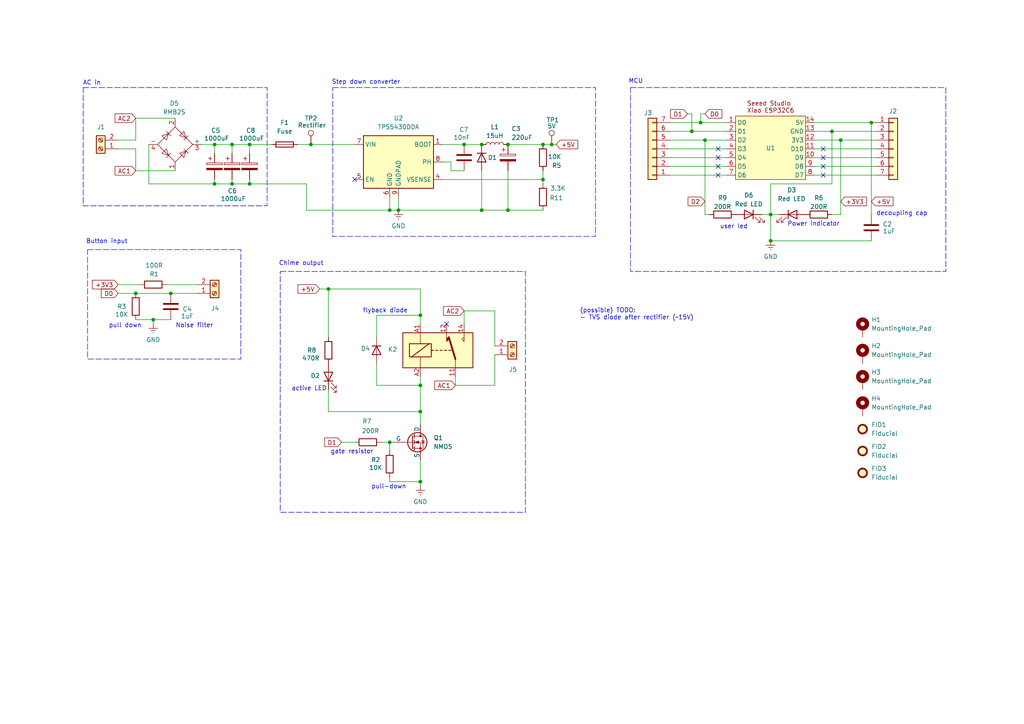
<source format=kicad_sch>
(kicad_sch
	(version 20250114)
	(generator "eeschema")
	(generator_version "9.0")
	(uuid "8b7e514d-42df-461e-97f2-6dfc1d196ff4")
	(paper "A4")
	(lib_symbols
		(symbol "Connector:Screw_Terminal_01x02"
			(pin_names
				(offset 1.016)
				(hide yes)
			)
			(exclude_from_sim no)
			(in_bom yes)
			(on_board yes)
			(property "Reference" "J"
				(at 0 2.54 0)
				(effects
					(font
						(size 1.27 1.27)
					)
				)
			)
			(property "Value" "Screw_Terminal_01x02"
				(at 0 -5.08 0)
				(effects
					(font
						(size 1.27 1.27)
					)
				)
			)
			(property "Footprint" ""
				(at 0 0 0)
				(effects
					(font
						(size 1.27 1.27)
					)
					(hide yes)
				)
			)
			(property "Datasheet" "~"
				(at 0 0 0)
				(effects
					(font
						(size 1.27 1.27)
					)
					(hide yes)
				)
			)
			(property "Description" "Generic screw terminal, single row, 01x02, script generated (kicad-library-utils/schlib/autogen/connector/)"
				(at 0 0 0)
				(effects
					(font
						(size 1.27 1.27)
					)
					(hide yes)
				)
			)
			(property "ki_keywords" "screw terminal"
				(at 0 0 0)
				(effects
					(font
						(size 1.27 1.27)
					)
					(hide yes)
				)
			)
			(property "ki_fp_filters" "TerminalBlock*:*"
				(at 0 0 0)
				(effects
					(font
						(size 1.27 1.27)
					)
					(hide yes)
				)
			)
			(symbol "Screw_Terminal_01x02_1_1"
				(rectangle
					(start -1.27 1.27)
					(end 1.27 -3.81)
					(stroke
						(width 0.254)
						(type default)
					)
					(fill
						(type background)
					)
				)
				(polyline
					(pts
						(xy -0.5334 0.3302) (xy 0.3302 -0.508)
					)
					(stroke
						(width 0.1524)
						(type default)
					)
					(fill
						(type none)
					)
				)
				(polyline
					(pts
						(xy -0.5334 -2.2098) (xy 0.3302 -3.048)
					)
					(stroke
						(width 0.1524)
						(type default)
					)
					(fill
						(type none)
					)
				)
				(polyline
					(pts
						(xy -0.3556 0.508) (xy 0.508 -0.3302)
					)
					(stroke
						(width 0.1524)
						(type default)
					)
					(fill
						(type none)
					)
				)
				(polyline
					(pts
						(xy -0.3556 -2.032) (xy 0.508 -2.8702)
					)
					(stroke
						(width 0.1524)
						(type default)
					)
					(fill
						(type none)
					)
				)
				(circle
					(center 0 0)
					(radius 0.635)
					(stroke
						(width 0.1524)
						(type default)
					)
					(fill
						(type none)
					)
				)
				(circle
					(center 0 -2.54)
					(radius 0.635)
					(stroke
						(width 0.1524)
						(type default)
					)
					(fill
						(type none)
					)
				)
				(pin passive line
					(at -5.08 0 0)
					(length 3.81)
					(name "Pin_1"
						(effects
							(font
								(size 1.27 1.27)
							)
						)
					)
					(number "1"
						(effects
							(font
								(size 1.27 1.27)
							)
						)
					)
				)
				(pin passive line
					(at -5.08 -2.54 0)
					(length 3.81)
					(name "Pin_2"
						(effects
							(font
								(size 1.27 1.27)
							)
						)
					)
					(number "2"
						(effects
							(font
								(size 1.27 1.27)
							)
						)
					)
				)
			)
			(embedded_fonts no)
		)
		(symbol "Connector:TestPoint"
			(pin_numbers
				(hide yes)
			)
			(pin_names
				(offset 0.762)
				(hide yes)
			)
			(exclude_from_sim no)
			(in_bom yes)
			(on_board yes)
			(property "Reference" "TP"
				(at 0 6.858 0)
				(effects
					(font
						(size 1.27 1.27)
					)
				)
			)
			(property "Value" "TestPoint"
				(at 0 5.08 0)
				(effects
					(font
						(size 1.27 1.27)
					)
				)
			)
			(property "Footprint" ""
				(at 5.08 0 0)
				(effects
					(font
						(size 1.27 1.27)
					)
					(hide yes)
				)
			)
			(property "Datasheet" "~"
				(at 5.08 0 0)
				(effects
					(font
						(size 1.27 1.27)
					)
					(hide yes)
				)
			)
			(property "Description" "test point"
				(at 0 0 0)
				(effects
					(font
						(size 1.27 1.27)
					)
					(hide yes)
				)
			)
			(property "ki_keywords" "test point tp"
				(at 0 0 0)
				(effects
					(font
						(size 1.27 1.27)
					)
					(hide yes)
				)
			)
			(property "ki_fp_filters" "Pin* Test*"
				(at 0 0 0)
				(effects
					(font
						(size 1.27 1.27)
					)
					(hide yes)
				)
			)
			(symbol "TestPoint_0_1"
				(circle
					(center 0 3.302)
					(radius 0.762)
					(stroke
						(width 0)
						(type default)
					)
					(fill
						(type none)
					)
				)
			)
			(symbol "TestPoint_1_1"
				(pin passive line
					(at 0 0 90)
					(length 2.54)
					(name "1"
						(effects
							(font
								(size 1.27 1.27)
							)
						)
					)
					(number "1"
						(effects
							(font
								(size 1.27 1.27)
							)
						)
					)
				)
			)
			(embedded_fonts no)
		)
		(symbol "Connector_Generic:Conn_01x07"
			(pin_names
				(offset 1.016)
				(hide yes)
			)
			(exclude_from_sim no)
			(in_bom yes)
			(on_board yes)
			(property "Reference" "J"
				(at 0 10.16 0)
				(effects
					(font
						(size 1.27 1.27)
					)
				)
			)
			(property "Value" "Conn_01x07"
				(at 0 -10.16 0)
				(effects
					(font
						(size 1.27 1.27)
					)
				)
			)
			(property "Footprint" ""
				(at 0 0 0)
				(effects
					(font
						(size 1.27 1.27)
					)
					(hide yes)
				)
			)
			(property "Datasheet" "~"
				(at 0 0 0)
				(effects
					(font
						(size 1.27 1.27)
					)
					(hide yes)
				)
			)
			(property "Description" "Generic connector, single row, 01x07, script generated (kicad-library-utils/schlib/autogen/connector/)"
				(at 0 0 0)
				(effects
					(font
						(size 1.27 1.27)
					)
					(hide yes)
				)
			)
			(property "ki_keywords" "connector"
				(at 0 0 0)
				(effects
					(font
						(size 1.27 1.27)
					)
					(hide yes)
				)
			)
			(property "ki_fp_filters" "Connector*:*_1x??_*"
				(at 0 0 0)
				(effects
					(font
						(size 1.27 1.27)
					)
					(hide yes)
				)
			)
			(symbol "Conn_01x07_1_1"
				(rectangle
					(start -1.27 8.89)
					(end 1.27 -8.89)
					(stroke
						(width 0.254)
						(type default)
					)
					(fill
						(type background)
					)
				)
				(rectangle
					(start -1.27 7.747)
					(end 0 7.493)
					(stroke
						(width 0.1524)
						(type default)
					)
					(fill
						(type none)
					)
				)
				(rectangle
					(start -1.27 5.207)
					(end 0 4.953)
					(stroke
						(width 0.1524)
						(type default)
					)
					(fill
						(type none)
					)
				)
				(rectangle
					(start -1.27 2.667)
					(end 0 2.413)
					(stroke
						(width 0.1524)
						(type default)
					)
					(fill
						(type none)
					)
				)
				(rectangle
					(start -1.27 0.127)
					(end 0 -0.127)
					(stroke
						(width 0.1524)
						(type default)
					)
					(fill
						(type none)
					)
				)
				(rectangle
					(start -1.27 -2.413)
					(end 0 -2.667)
					(stroke
						(width 0.1524)
						(type default)
					)
					(fill
						(type none)
					)
				)
				(rectangle
					(start -1.27 -4.953)
					(end 0 -5.207)
					(stroke
						(width 0.1524)
						(type default)
					)
					(fill
						(type none)
					)
				)
				(rectangle
					(start -1.27 -7.493)
					(end 0 -7.747)
					(stroke
						(width 0.1524)
						(type default)
					)
					(fill
						(type none)
					)
				)
				(pin passive line
					(at -5.08 7.62 0)
					(length 3.81)
					(name "Pin_1"
						(effects
							(font
								(size 1.27 1.27)
							)
						)
					)
					(number "1"
						(effects
							(font
								(size 1.27 1.27)
							)
						)
					)
				)
				(pin passive line
					(at -5.08 5.08 0)
					(length 3.81)
					(name "Pin_2"
						(effects
							(font
								(size 1.27 1.27)
							)
						)
					)
					(number "2"
						(effects
							(font
								(size 1.27 1.27)
							)
						)
					)
				)
				(pin passive line
					(at -5.08 2.54 0)
					(length 3.81)
					(name "Pin_3"
						(effects
							(font
								(size 1.27 1.27)
							)
						)
					)
					(number "3"
						(effects
							(font
								(size 1.27 1.27)
							)
						)
					)
				)
				(pin passive line
					(at -5.08 0 0)
					(length 3.81)
					(name "Pin_4"
						(effects
							(font
								(size 1.27 1.27)
							)
						)
					)
					(number "4"
						(effects
							(font
								(size 1.27 1.27)
							)
						)
					)
				)
				(pin passive line
					(at -5.08 -2.54 0)
					(length 3.81)
					(name "Pin_5"
						(effects
							(font
								(size 1.27 1.27)
							)
						)
					)
					(number "5"
						(effects
							(font
								(size 1.27 1.27)
							)
						)
					)
				)
				(pin passive line
					(at -5.08 -5.08 0)
					(length 3.81)
					(name "Pin_6"
						(effects
							(font
								(size 1.27 1.27)
							)
						)
					)
					(number "6"
						(effects
							(font
								(size 1.27 1.27)
							)
						)
					)
				)
				(pin passive line
					(at -5.08 -7.62 0)
					(length 3.81)
					(name "Pin_7"
						(effects
							(font
								(size 1.27 1.27)
							)
						)
					)
					(number "7"
						(effects
							(font
								(size 1.27 1.27)
							)
						)
					)
				)
			)
			(embedded_fonts no)
		)
		(symbol "Device:C"
			(pin_numbers
				(hide yes)
			)
			(pin_names
				(offset 0.254)
			)
			(exclude_from_sim no)
			(in_bom yes)
			(on_board yes)
			(property "Reference" "C"
				(at 0.635 2.54 0)
				(effects
					(font
						(size 1.27 1.27)
					)
					(justify left)
				)
			)
			(property "Value" "C"
				(at 0.635 -2.54 0)
				(effects
					(font
						(size 1.27 1.27)
					)
					(justify left)
				)
			)
			(property "Footprint" ""
				(at 0.9652 -3.81 0)
				(effects
					(font
						(size 1.27 1.27)
					)
					(hide yes)
				)
			)
			(property "Datasheet" "~"
				(at 0 0 0)
				(effects
					(font
						(size 1.27 1.27)
					)
					(hide yes)
				)
			)
			(property "Description" "Unpolarized capacitor"
				(at 0 0 0)
				(effects
					(font
						(size 1.27 1.27)
					)
					(hide yes)
				)
			)
			(property "ki_keywords" "cap capacitor"
				(at 0 0 0)
				(effects
					(font
						(size 1.27 1.27)
					)
					(hide yes)
				)
			)
			(property "ki_fp_filters" "C_*"
				(at 0 0 0)
				(effects
					(font
						(size 1.27 1.27)
					)
					(hide yes)
				)
			)
			(symbol "C_0_1"
				(polyline
					(pts
						(xy -2.032 0.762) (xy 2.032 0.762)
					)
					(stroke
						(width 0.508)
						(type default)
					)
					(fill
						(type none)
					)
				)
				(polyline
					(pts
						(xy -2.032 -0.762) (xy 2.032 -0.762)
					)
					(stroke
						(width 0.508)
						(type default)
					)
					(fill
						(type none)
					)
				)
			)
			(symbol "C_1_1"
				(pin passive line
					(at 0 3.81 270)
					(length 2.794)
					(name "~"
						(effects
							(font
								(size 1.27 1.27)
							)
						)
					)
					(number "1"
						(effects
							(font
								(size 1.27 1.27)
							)
						)
					)
				)
				(pin passive line
					(at 0 -3.81 90)
					(length 2.794)
					(name "~"
						(effects
							(font
								(size 1.27 1.27)
							)
						)
					)
					(number "2"
						(effects
							(font
								(size 1.27 1.27)
							)
						)
					)
				)
			)
			(embedded_fonts no)
		)
		(symbol "Device:C_Polarized"
			(pin_numbers
				(hide yes)
			)
			(pin_names
				(offset 0.254)
			)
			(exclude_from_sim no)
			(in_bom yes)
			(on_board yes)
			(property "Reference" "C"
				(at 0.635 2.54 0)
				(effects
					(font
						(size 1.27 1.27)
					)
					(justify left)
				)
			)
			(property "Value" "C_Polarized"
				(at 0.635 -2.54 0)
				(effects
					(font
						(size 1.27 1.27)
					)
					(justify left)
				)
			)
			(property "Footprint" ""
				(at 0.9652 -3.81 0)
				(effects
					(font
						(size 1.27 1.27)
					)
					(hide yes)
				)
			)
			(property "Datasheet" "~"
				(at 0 0 0)
				(effects
					(font
						(size 1.27 1.27)
					)
					(hide yes)
				)
			)
			(property "Description" "Polarized capacitor"
				(at 0 0 0)
				(effects
					(font
						(size 1.27 1.27)
					)
					(hide yes)
				)
			)
			(property "ki_keywords" "cap capacitor"
				(at 0 0 0)
				(effects
					(font
						(size 1.27 1.27)
					)
					(hide yes)
				)
			)
			(property "ki_fp_filters" "CP_*"
				(at 0 0 0)
				(effects
					(font
						(size 1.27 1.27)
					)
					(hide yes)
				)
			)
			(symbol "C_Polarized_0_1"
				(rectangle
					(start -2.286 0.508)
					(end 2.286 1.016)
					(stroke
						(width 0)
						(type default)
					)
					(fill
						(type none)
					)
				)
				(polyline
					(pts
						(xy -1.778 2.286) (xy -0.762 2.286)
					)
					(stroke
						(width 0)
						(type default)
					)
					(fill
						(type none)
					)
				)
				(polyline
					(pts
						(xy -1.27 2.794) (xy -1.27 1.778)
					)
					(stroke
						(width 0)
						(type default)
					)
					(fill
						(type none)
					)
				)
				(rectangle
					(start 2.286 -0.508)
					(end -2.286 -1.016)
					(stroke
						(width 0)
						(type default)
					)
					(fill
						(type outline)
					)
				)
			)
			(symbol "C_Polarized_1_1"
				(pin passive line
					(at 0 3.81 270)
					(length 2.794)
					(name "~"
						(effects
							(font
								(size 1.27 1.27)
							)
						)
					)
					(number "1"
						(effects
							(font
								(size 1.27 1.27)
							)
						)
					)
				)
				(pin passive line
					(at 0 -3.81 90)
					(length 2.794)
					(name "~"
						(effects
							(font
								(size 1.27 1.27)
							)
						)
					)
					(number "2"
						(effects
							(font
								(size 1.27 1.27)
							)
						)
					)
				)
			)
			(embedded_fonts no)
		)
		(symbol "Device:D"
			(pin_numbers
				(hide yes)
			)
			(pin_names
				(offset 1.016)
				(hide yes)
			)
			(exclude_from_sim no)
			(in_bom yes)
			(on_board yes)
			(property "Reference" "D"
				(at 0 2.54 0)
				(effects
					(font
						(size 1.27 1.27)
					)
				)
			)
			(property "Value" "D"
				(at 0 -2.54 0)
				(effects
					(font
						(size 1.27 1.27)
					)
				)
			)
			(property "Footprint" ""
				(at 0 0 0)
				(effects
					(font
						(size 1.27 1.27)
					)
					(hide yes)
				)
			)
			(property "Datasheet" "~"
				(at 0 0 0)
				(effects
					(font
						(size 1.27 1.27)
					)
					(hide yes)
				)
			)
			(property "Description" "Diode"
				(at 0 0 0)
				(effects
					(font
						(size 1.27 1.27)
					)
					(hide yes)
				)
			)
			(property "Sim.Device" "D"
				(at 0 0 0)
				(effects
					(font
						(size 1.27 1.27)
					)
					(hide yes)
				)
			)
			(property "Sim.Pins" "1=K 2=A"
				(at 0 0 0)
				(effects
					(font
						(size 1.27 1.27)
					)
					(hide yes)
				)
			)
			(property "ki_keywords" "diode"
				(at 0 0 0)
				(effects
					(font
						(size 1.27 1.27)
					)
					(hide yes)
				)
			)
			(property "ki_fp_filters" "TO-???* *_Diode_* *SingleDiode* D_*"
				(at 0 0 0)
				(effects
					(font
						(size 1.27 1.27)
					)
					(hide yes)
				)
			)
			(symbol "D_0_1"
				(polyline
					(pts
						(xy -1.27 1.27) (xy -1.27 -1.27)
					)
					(stroke
						(width 0.254)
						(type default)
					)
					(fill
						(type none)
					)
				)
				(polyline
					(pts
						(xy 1.27 1.27) (xy 1.27 -1.27) (xy -1.27 0) (xy 1.27 1.27)
					)
					(stroke
						(width 0.254)
						(type default)
					)
					(fill
						(type none)
					)
				)
				(polyline
					(pts
						(xy 1.27 0) (xy -1.27 0)
					)
					(stroke
						(width 0)
						(type default)
					)
					(fill
						(type none)
					)
				)
			)
			(symbol "D_1_1"
				(pin passive line
					(at -3.81 0 0)
					(length 2.54)
					(name "K"
						(effects
							(font
								(size 1.27 1.27)
							)
						)
					)
					(number "1"
						(effects
							(font
								(size 1.27 1.27)
							)
						)
					)
				)
				(pin passive line
					(at 3.81 0 180)
					(length 2.54)
					(name "A"
						(effects
							(font
								(size 1.27 1.27)
							)
						)
					)
					(number "2"
						(effects
							(font
								(size 1.27 1.27)
							)
						)
					)
				)
			)
			(embedded_fonts no)
		)
		(symbol "Device:Fuse"
			(pin_numbers
				(hide yes)
			)
			(pin_names
				(offset 0)
			)
			(exclude_from_sim no)
			(in_bom yes)
			(on_board yes)
			(property "Reference" "F"
				(at 2.032 0 90)
				(effects
					(font
						(size 1.27 1.27)
					)
				)
			)
			(property "Value" "Fuse"
				(at -1.905 0 90)
				(effects
					(font
						(size 1.27 1.27)
					)
				)
			)
			(property "Footprint" ""
				(at -1.778 0 90)
				(effects
					(font
						(size 1.27 1.27)
					)
					(hide yes)
				)
			)
			(property "Datasheet" "~"
				(at 0 0 0)
				(effects
					(font
						(size 1.27 1.27)
					)
					(hide yes)
				)
			)
			(property "Description" "Fuse"
				(at 0 0 0)
				(effects
					(font
						(size 1.27 1.27)
					)
					(hide yes)
				)
			)
			(property "ki_keywords" "fuse"
				(at 0 0 0)
				(effects
					(font
						(size 1.27 1.27)
					)
					(hide yes)
				)
			)
			(property "ki_fp_filters" "*Fuse*"
				(at 0 0 0)
				(effects
					(font
						(size 1.27 1.27)
					)
					(hide yes)
				)
			)
			(symbol "Fuse_0_1"
				(rectangle
					(start -0.762 -2.54)
					(end 0.762 2.54)
					(stroke
						(width 0.254)
						(type default)
					)
					(fill
						(type none)
					)
				)
				(polyline
					(pts
						(xy 0 2.54) (xy 0 -2.54)
					)
					(stroke
						(width 0)
						(type default)
					)
					(fill
						(type none)
					)
				)
			)
			(symbol "Fuse_1_1"
				(pin passive line
					(at 0 3.81 270)
					(length 1.27)
					(name "~"
						(effects
							(font
								(size 1.27 1.27)
							)
						)
					)
					(number "1"
						(effects
							(font
								(size 1.27 1.27)
							)
						)
					)
				)
				(pin passive line
					(at 0 -3.81 90)
					(length 1.27)
					(name "~"
						(effects
							(font
								(size 1.27 1.27)
							)
						)
					)
					(number "2"
						(effects
							(font
								(size 1.27 1.27)
							)
						)
					)
				)
			)
			(embedded_fonts no)
		)
		(symbol "Device:L"
			(pin_numbers
				(hide yes)
			)
			(pin_names
				(offset 1.016)
				(hide yes)
			)
			(exclude_from_sim no)
			(in_bom yes)
			(on_board yes)
			(property "Reference" "L"
				(at -1.27 0 90)
				(effects
					(font
						(size 1.27 1.27)
					)
				)
			)
			(property "Value" "L"
				(at 1.905 0 90)
				(effects
					(font
						(size 1.27 1.27)
					)
				)
			)
			(property "Footprint" ""
				(at 0 0 0)
				(effects
					(font
						(size 1.27 1.27)
					)
					(hide yes)
				)
			)
			(property "Datasheet" "~"
				(at 0 0 0)
				(effects
					(font
						(size 1.27 1.27)
					)
					(hide yes)
				)
			)
			(property "Description" "Inductor"
				(at 0 0 0)
				(effects
					(font
						(size 1.27 1.27)
					)
					(hide yes)
				)
			)
			(property "ki_keywords" "inductor choke coil reactor magnetic"
				(at 0 0 0)
				(effects
					(font
						(size 1.27 1.27)
					)
					(hide yes)
				)
			)
			(property "ki_fp_filters" "Choke_* *Coil* Inductor_* L_*"
				(at 0 0 0)
				(effects
					(font
						(size 1.27 1.27)
					)
					(hide yes)
				)
			)
			(symbol "L_0_1"
				(arc
					(start 0 2.54)
					(mid 0.6323 1.905)
					(end 0 1.27)
					(stroke
						(width 0)
						(type default)
					)
					(fill
						(type none)
					)
				)
				(arc
					(start 0 1.27)
					(mid 0.6323 0.635)
					(end 0 0)
					(stroke
						(width 0)
						(type default)
					)
					(fill
						(type none)
					)
				)
				(arc
					(start 0 0)
					(mid 0.6323 -0.635)
					(end 0 -1.27)
					(stroke
						(width 0)
						(type default)
					)
					(fill
						(type none)
					)
				)
				(arc
					(start 0 -1.27)
					(mid 0.6323 -1.905)
					(end 0 -2.54)
					(stroke
						(width 0)
						(type default)
					)
					(fill
						(type none)
					)
				)
			)
			(symbol "L_1_1"
				(pin passive line
					(at 0 3.81 270)
					(length 1.27)
					(name "1"
						(effects
							(font
								(size 1.27 1.27)
							)
						)
					)
					(number "1"
						(effects
							(font
								(size 1.27 1.27)
							)
						)
					)
				)
				(pin passive line
					(at 0 -3.81 90)
					(length 1.27)
					(name "2"
						(effects
							(font
								(size 1.27 1.27)
							)
						)
					)
					(number "2"
						(effects
							(font
								(size 1.27 1.27)
							)
						)
					)
				)
			)
			(embedded_fonts no)
		)
		(symbol "Device:LED"
			(pin_numbers
				(hide yes)
			)
			(pin_names
				(offset 1.016)
				(hide yes)
			)
			(exclude_from_sim no)
			(in_bom yes)
			(on_board yes)
			(property "Reference" "D"
				(at 0 2.54 0)
				(effects
					(font
						(size 1.27 1.27)
					)
				)
			)
			(property "Value" "LED"
				(at 0 -2.54 0)
				(effects
					(font
						(size 1.27 1.27)
					)
				)
			)
			(property "Footprint" ""
				(at 0 0 0)
				(effects
					(font
						(size 1.27 1.27)
					)
					(hide yes)
				)
			)
			(property "Datasheet" "~"
				(at 0 0 0)
				(effects
					(font
						(size 1.27 1.27)
					)
					(hide yes)
				)
			)
			(property "Description" "Light emitting diode"
				(at 0 0 0)
				(effects
					(font
						(size 1.27 1.27)
					)
					(hide yes)
				)
			)
			(property "Sim.Pins" "1=K 2=A"
				(at 0 0 0)
				(effects
					(font
						(size 1.27 1.27)
					)
					(hide yes)
				)
			)
			(property "ki_keywords" "LED diode"
				(at 0 0 0)
				(effects
					(font
						(size 1.27 1.27)
					)
					(hide yes)
				)
			)
			(property "ki_fp_filters" "LED* LED_SMD:* LED_THT:*"
				(at 0 0 0)
				(effects
					(font
						(size 1.27 1.27)
					)
					(hide yes)
				)
			)
			(symbol "LED_0_1"
				(polyline
					(pts
						(xy -3.048 -0.762) (xy -4.572 -2.286) (xy -3.81 -2.286) (xy -4.572 -2.286) (xy -4.572 -1.524)
					)
					(stroke
						(width 0)
						(type default)
					)
					(fill
						(type none)
					)
				)
				(polyline
					(pts
						(xy -1.778 -0.762) (xy -3.302 -2.286) (xy -2.54 -2.286) (xy -3.302 -2.286) (xy -3.302 -1.524)
					)
					(stroke
						(width 0)
						(type default)
					)
					(fill
						(type none)
					)
				)
				(polyline
					(pts
						(xy -1.27 0) (xy 1.27 0)
					)
					(stroke
						(width 0)
						(type default)
					)
					(fill
						(type none)
					)
				)
				(polyline
					(pts
						(xy -1.27 -1.27) (xy -1.27 1.27)
					)
					(stroke
						(width 0.254)
						(type default)
					)
					(fill
						(type none)
					)
				)
				(polyline
					(pts
						(xy 1.27 -1.27) (xy 1.27 1.27) (xy -1.27 0) (xy 1.27 -1.27)
					)
					(stroke
						(width 0.254)
						(type default)
					)
					(fill
						(type none)
					)
				)
			)
			(symbol "LED_1_1"
				(pin passive line
					(at -3.81 0 0)
					(length 2.54)
					(name "K"
						(effects
							(font
								(size 1.27 1.27)
							)
						)
					)
					(number "1"
						(effects
							(font
								(size 1.27 1.27)
							)
						)
					)
				)
				(pin passive line
					(at 3.81 0 180)
					(length 2.54)
					(name "A"
						(effects
							(font
								(size 1.27 1.27)
							)
						)
					)
					(number "2"
						(effects
							(font
								(size 1.27 1.27)
							)
						)
					)
				)
			)
			(embedded_fonts no)
		)
		(symbol "Device:R"
			(pin_numbers
				(hide yes)
			)
			(pin_names
				(offset 0)
			)
			(exclude_from_sim no)
			(in_bom yes)
			(on_board yes)
			(property "Reference" "R"
				(at 2.032 0 90)
				(effects
					(font
						(size 1.27 1.27)
					)
				)
			)
			(property "Value" "R"
				(at 0 0 90)
				(effects
					(font
						(size 1.27 1.27)
					)
				)
			)
			(property "Footprint" ""
				(at -1.778 0 90)
				(effects
					(font
						(size 1.27 1.27)
					)
					(hide yes)
				)
			)
			(property "Datasheet" "~"
				(at 0 0 0)
				(effects
					(font
						(size 1.27 1.27)
					)
					(hide yes)
				)
			)
			(property "Description" "Resistor"
				(at 0 0 0)
				(effects
					(font
						(size 1.27 1.27)
					)
					(hide yes)
				)
			)
			(property "ki_keywords" "R res resistor"
				(at 0 0 0)
				(effects
					(font
						(size 1.27 1.27)
					)
					(hide yes)
				)
			)
			(property "ki_fp_filters" "R_*"
				(at 0 0 0)
				(effects
					(font
						(size 1.27 1.27)
					)
					(hide yes)
				)
			)
			(symbol "R_0_1"
				(rectangle
					(start -1.016 -2.54)
					(end 1.016 2.54)
					(stroke
						(width 0.254)
						(type default)
					)
					(fill
						(type none)
					)
				)
			)
			(symbol "R_1_1"
				(pin passive line
					(at 0 3.81 270)
					(length 1.27)
					(name "~"
						(effects
							(font
								(size 1.27 1.27)
							)
						)
					)
					(number "1"
						(effects
							(font
								(size 1.27 1.27)
							)
						)
					)
				)
				(pin passive line
					(at 0 -3.81 90)
					(length 1.27)
					(name "~"
						(effects
							(font
								(size 1.27 1.27)
							)
						)
					)
					(number "2"
						(effects
							(font
								(size 1.27 1.27)
							)
						)
					)
				)
			)
			(embedded_fonts no)
		)
		(symbol "Diode_Bridge:RMB2S"
			(pin_names
				(offset 0)
			)
			(exclude_from_sim no)
			(in_bom yes)
			(on_board yes)
			(property "Reference" "D"
				(at 2.54 6.985 0)
				(effects
					(font
						(size 1.27 1.27)
					)
					(justify left)
				)
			)
			(property "Value" "RMB2S"
				(at 2.54 5.08 0)
				(effects
					(font
						(size 1.27 1.27)
					)
					(justify left)
				)
			)
			(property "Footprint" "Package_TO_SOT_SMD:TO-269AA"
				(at 3.81 3.175 0)
				(effects
					(font
						(size 1.27 1.27)
					)
					(justify left)
					(hide yes)
				)
			)
			(property "Datasheet" "http://www.vishay.com/docs/88705/rmbs.pdf"
				(at 0 0 0)
				(effects
					(font
						(size 1.27 1.27)
					)
					(hide yes)
				)
			)
			(property "Description" "Miniature Glass Passivated Single-Phase Surface Mount Bridge Rectifiers, 140V Vrms, 0.5A If, TO-269AA"
				(at 0 0 0)
				(effects
					(font
						(size 1.27 1.27)
					)
					(hide yes)
				)
			)
			(property "ki_keywords" "rectifier acdc"
				(at 0 0 0)
				(effects
					(font
						(size 1.27 1.27)
					)
					(hide yes)
				)
			)
			(property "ki_fp_filters" "TO?269AA*"
				(at 0 0 0)
				(effects
					(font
						(size 1.27 1.27)
					)
					(hide yes)
				)
			)
			(symbol "RMB2S_0_1"
				(polyline
					(pts
						(xy -5.08 0) (xy 0 -5.08) (xy 5.08 0) (xy 0 5.08) (xy -5.08 0)
					)
					(stroke
						(width 0)
						(type default)
					)
					(fill
						(type none)
					)
				)
				(polyline
					(pts
						(xy -3.81 2.54) (xy -2.54 1.27) (xy -1.905 3.175) (xy -3.81 2.54)
					)
					(stroke
						(width 0)
						(type default)
					)
					(fill
						(type none)
					)
				)
				(polyline
					(pts
						(xy -2.54 3.81) (xy -1.27 2.54)
					)
					(stroke
						(width 0)
						(type default)
					)
					(fill
						(type none)
					)
				)
				(polyline
					(pts
						(xy -2.54 -1.27) (xy -3.81 -2.54) (xy -1.905 -3.175) (xy -2.54 -1.27)
					)
					(stroke
						(width 0)
						(type default)
					)
					(fill
						(type none)
					)
				)
				(polyline
					(pts
						(xy -1.27 -2.54) (xy -2.54 -3.81)
					)
					(stroke
						(width 0)
						(type default)
					)
					(fill
						(type none)
					)
				)
				(polyline
					(pts
						(xy 1.27 2.54) (xy 2.54 3.81) (xy 3.175 1.905) (xy 1.27 2.54)
					)
					(stroke
						(width 0)
						(type default)
					)
					(fill
						(type none)
					)
				)
				(polyline
					(pts
						(xy 2.54 1.27) (xy 3.81 2.54)
					)
					(stroke
						(width 0)
						(type default)
					)
					(fill
						(type none)
					)
				)
				(polyline
					(pts
						(xy 2.54 -1.27) (xy 3.81 -2.54)
					)
					(stroke
						(width 0)
						(type default)
					)
					(fill
						(type none)
					)
				)
				(polyline
					(pts
						(xy 3.175 -1.905) (xy 1.27 -2.54) (xy 2.54 -3.81) (xy 3.175 -1.905)
					)
					(stroke
						(width 0)
						(type default)
					)
					(fill
						(type none)
					)
				)
			)
			(symbol "RMB2S_1_1"
				(pin passive line
					(at -7.62 0 0)
					(length 2.54)
					(name "-"
						(effects
							(font
								(size 1.27 1.27)
							)
						)
					)
					(number "4"
						(effects
							(font
								(size 1.27 1.27)
							)
						)
					)
				)
				(pin passive line
					(at 0 7.62 270)
					(length 2.54)
					(name "~"
						(effects
							(font
								(size 1.27 1.27)
							)
						)
					)
					(number "2"
						(effects
							(font
								(size 1.27 1.27)
							)
						)
					)
				)
				(pin passive line
					(at 0 -7.62 90)
					(length 2.54)
					(name "~"
						(effects
							(font
								(size 1.27 1.27)
							)
						)
					)
					(number "1"
						(effects
							(font
								(size 1.27 1.27)
							)
						)
					)
				)
				(pin passive line
					(at 7.62 0 180)
					(length 2.54)
					(name "+"
						(effects
							(font
								(size 1.27 1.27)
							)
						)
					)
					(number "3"
						(effects
							(font
								(size 1.27 1.27)
							)
						)
					)
				)
			)
			(embedded_fonts no)
		)
		(symbol "Mechanical:Fiducial"
			(exclude_from_sim yes)
			(in_bom no)
			(on_board yes)
			(property "Reference" "FID"
				(at 0 5.08 0)
				(effects
					(font
						(size 1.27 1.27)
					)
				)
			)
			(property "Value" "Fiducial"
				(at 0 3.175 0)
				(effects
					(font
						(size 1.27 1.27)
					)
				)
			)
			(property "Footprint" ""
				(at 0 0 0)
				(effects
					(font
						(size 1.27 1.27)
					)
					(hide yes)
				)
			)
			(property "Datasheet" "~"
				(at 0 0 0)
				(effects
					(font
						(size 1.27 1.27)
					)
					(hide yes)
				)
			)
			(property "Description" "Fiducial Marker"
				(at 0 0 0)
				(effects
					(font
						(size 1.27 1.27)
					)
					(hide yes)
				)
			)
			(property "ki_keywords" "fiducial marker"
				(at 0 0 0)
				(effects
					(font
						(size 1.27 1.27)
					)
					(hide yes)
				)
			)
			(property "ki_fp_filters" "Fiducial*"
				(at 0 0 0)
				(effects
					(font
						(size 1.27 1.27)
					)
					(hide yes)
				)
			)
			(symbol "Fiducial_0_1"
				(circle
					(center 0 0)
					(radius 1.27)
					(stroke
						(width 0.508)
						(type default)
					)
					(fill
						(type background)
					)
				)
			)
			(embedded_fonts no)
		)
		(symbol "Mechanical:MountingHole_Pad"
			(pin_numbers
				(hide yes)
			)
			(pin_names
				(offset 1.016)
				(hide yes)
			)
			(exclude_from_sim yes)
			(in_bom no)
			(on_board yes)
			(property "Reference" "H"
				(at 0 6.35 0)
				(effects
					(font
						(size 1.27 1.27)
					)
				)
			)
			(property "Value" "MountingHole_Pad"
				(at 0 4.445 0)
				(effects
					(font
						(size 1.27 1.27)
					)
				)
			)
			(property "Footprint" ""
				(at 0 0 0)
				(effects
					(font
						(size 1.27 1.27)
					)
					(hide yes)
				)
			)
			(property "Datasheet" "~"
				(at 0 0 0)
				(effects
					(font
						(size 1.27 1.27)
					)
					(hide yes)
				)
			)
			(property "Description" "Mounting Hole with connection"
				(at 0 0 0)
				(effects
					(font
						(size 1.27 1.27)
					)
					(hide yes)
				)
			)
			(property "ki_keywords" "mounting hole"
				(at 0 0 0)
				(effects
					(font
						(size 1.27 1.27)
					)
					(hide yes)
				)
			)
			(property "ki_fp_filters" "MountingHole*Pad*"
				(at 0 0 0)
				(effects
					(font
						(size 1.27 1.27)
					)
					(hide yes)
				)
			)
			(symbol "MountingHole_Pad_0_1"
				(circle
					(center 0 1.27)
					(radius 1.27)
					(stroke
						(width 1.27)
						(type default)
					)
					(fill
						(type none)
					)
				)
			)
			(symbol "MountingHole_Pad_1_1"
				(pin input line
					(at 0 -2.54 90)
					(length 2.54)
					(name "1"
						(effects
							(font
								(size 1.27 1.27)
							)
						)
					)
					(number "1"
						(effects
							(font
								(size 1.27 1.27)
							)
						)
					)
				)
			)
			(embedded_fonts no)
		)
		(symbol "New_Library:Seed_Studio_Xiao_ESP32C6"
			(exclude_from_sim no)
			(in_bom yes)
			(on_board yes)
			(property "Reference" "U"
				(at 0 0 0)
				(effects
					(font
						(size 1.27 1.27)
					)
				)
			)
			(property "Value" ""
				(at 0 0 0)
				(effects
					(font
						(size 1.27 1.27)
					)
				)
			)
			(property "Footprint" ""
				(at 0 0 0)
				(effects
					(font
						(size 1.27 1.27)
					)
					(hide yes)
				)
			)
			(property "Datasheet" ""
				(at 0 0 0)
				(effects
					(font
						(size 1.27 1.27)
					)
					(hide yes)
				)
			)
			(property "Description" ""
				(at 0 0 0)
				(effects
					(font
						(size 1.27 1.27)
					)
					(hide yes)
				)
			)
			(symbol "Seed_Studio_Xiao_ESP32C6_1_1"
				(rectangle
					(start -10.16 9.525)
					(end 10.16 -8.89)
					(stroke
						(width 0)
						(type solid)
					)
					(fill
						(type background)
					)
				)
				(text "Seeed Studio \nXiao ESP32C6"
					(at 0 12.192 0)
					(effects
						(font
							(size 1.27 1.27)
						)
					)
				)
				(pin bidirectional line
					(at -12.7 7.62 0)
					(length 2.54)
					(name "D0"
						(effects
							(font
								(size 1.27 1.27)
							)
						)
					)
					(number "1"
						(effects
							(font
								(size 1.27 1.27)
							)
						)
					)
				)
				(pin bidirectional line
					(at -12.7 5.08 0)
					(length 2.54)
					(name "D1"
						(effects
							(font
								(size 1.27 1.27)
							)
						)
					)
					(number "2"
						(effects
							(font
								(size 1.27 1.27)
							)
						)
					)
				)
				(pin bidirectional line
					(at -12.7 2.54 0)
					(length 2.54)
					(name "D2"
						(effects
							(font
								(size 1.27 1.27)
							)
						)
					)
					(number "3"
						(effects
							(font
								(size 1.27 1.27)
							)
						)
					)
				)
				(pin bidirectional line
					(at -12.7 0 0)
					(length 2.54)
					(name "D3"
						(effects
							(font
								(size 1.27 1.27)
							)
						)
					)
					(number "4"
						(effects
							(font
								(size 1.27 1.27)
							)
						)
					)
				)
				(pin bidirectional line
					(at -12.7 -2.54 0)
					(length 2.54)
					(name "D4"
						(effects
							(font
								(size 1.27 1.27)
							)
						)
					)
					(number "5"
						(effects
							(font
								(size 1.27 1.27)
							)
						)
					)
				)
				(pin bidirectional line
					(at -12.7 -5.08 0)
					(length 2.54)
					(name "D5"
						(effects
							(font
								(size 1.27 1.27)
							)
						)
					)
					(number "6"
						(effects
							(font
								(size 1.27 1.27)
							)
						)
					)
				)
				(pin bidirectional line
					(at -12.7 -7.62 0)
					(length 2.54)
					(name "D6"
						(effects
							(font
								(size 1.27 1.27)
							)
						)
					)
					(number "7"
						(effects
							(font
								(size 1.27 1.27)
							)
						)
					)
				)
				(pin input line
					(at 12.7 7.62 180)
					(length 2.54)
					(name "5V"
						(effects
							(font
								(size 1.27 1.27)
							)
						)
					)
					(number "14"
						(effects
							(font
								(size 1.27 1.27)
							)
						)
					)
				)
				(pin bidirectional line
					(at 12.7 5.08 180)
					(length 2.54)
					(name "GND"
						(effects
							(font
								(size 1.27 1.27)
							)
						)
					)
					(number "13"
						(effects
							(font
								(size 1.27 1.27)
							)
						)
					)
				)
				(pin output line
					(at 12.7 2.54 180)
					(length 2.54)
					(name "3V3"
						(effects
							(font
								(size 1.27 1.27)
							)
						)
					)
					(number "12"
						(effects
							(font
								(size 1.27 1.27)
							)
						)
					)
				)
				(pin bidirectional line
					(at 12.7 0 180)
					(length 2.54)
					(name "D10"
						(effects
							(font
								(size 1.27 1.27)
							)
						)
					)
					(number "11"
						(effects
							(font
								(size 1.27 1.27)
							)
						)
					)
				)
				(pin bidirectional line
					(at 12.7 -2.54 180)
					(length 2.54)
					(name "D9"
						(effects
							(font
								(size 1.27 1.27)
							)
						)
					)
					(number "10"
						(effects
							(font
								(size 1.27 1.27)
							)
						)
					)
				)
				(pin bidirectional line
					(at 12.7 -5.08 180)
					(length 2.54)
					(name "D8"
						(effects
							(font
								(size 1.27 1.27)
							)
						)
					)
					(number "9"
						(effects
							(font
								(size 1.27 1.27)
							)
						)
					)
				)
				(pin bidirectional line
					(at 12.7 -7.62 180)
					(length 2.54)
					(name "D7"
						(effects
							(font
								(size 1.27 1.27)
							)
						)
					)
					(number "8"
						(effects
							(font
								(size 1.27 1.27)
							)
						)
					)
				)
			)
			(embedded_fonts no)
		)
		(symbol "Regulator_Switching:TPS5430DDA"
			(exclude_from_sim no)
			(in_bom yes)
			(on_board yes)
			(property "Reference" "U"
				(at -10.16 8.89 0)
				(effects
					(font
						(size 1.27 1.27)
					)
					(justify left)
				)
			)
			(property "Value" "TPS5430DDA"
				(at -1.27 8.89 0)
				(effects
					(font
						(size 1.27 1.27)
					)
					(justify left)
				)
			)
			(property "Footprint" "Package_SO:TI_SO-PowerPAD-8_ThermalVias"
				(at 1.27 -8.89 0)
				(effects
					(font
						(size 1.27 1.27)
						(italic yes)
					)
					(justify left)
					(hide yes)
				)
			)
			(property "Datasheet" "http://www.ti.com/lit/ds/symlink/tps5430.pdf"
				(at 0 0 0)
				(effects
					(font
						(size 1.27 1.27)
					)
					(hide yes)
				)
			)
			(property "Description" "3A, Step Down Swift Converter, Adjustable Output Voltage, 5.5-36V Input Voltage, PowerSO-8"
				(at 0 0 0)
				(effects
					(font
						(size 1.27 1.27)
					)
					(hide yes)
				)
			)
			(property "ki_keywords" "Step-Down DC-DC Switching Regulator"
				(at 0 0 0)
				(effects
					(font
						(size 1.27 1.27)
					)
					(hide yes)
				)
			)
			(property "ki_fp_filters" "TI*SO*PowerPAD*ThermalVias*"
				(at 0 0 0)
				(effects
					(font
						(size 1.27 1.27)
					)
					(hide yes)
				)
			)
			(symbol "TPS5430DDA_0_1"
				(rectangle
					(start -10.16 7.62)
					(end 10.16 -7.62)
					(stroke
						(width 0.254)
						(type default)
					)
					(fill
						(type background)
					)
				)
			)
			(symbol "TPS5430DDA_1_1"
				(pin power_in line
					(at -12.7 5.08 0)
					(length 2.54)
					(name "VIN"
						(effects
							(font
								(size 1.27 1.27)
							)
						)
					)
					(number "7"
						(effects
							(font
								(size 1.27 1.27)
							)
						)
					)
				)
				(pin input line
					(at -12.7 -5.08 0)
					(length 2.54)
					(name "EN"
						(effects
							(font
								(size 1.27 1.27)
							)
						)
					)
					(number "5"
						(effects
							(font
								(size 1.27 1.27)
							)
						)
					)
				)
				(pin no_connect line
					(at -10.16 2.54 0)
					(length 2.54)
					(hide yes)
					(name "NC"
						(effects
							(font
								(size 1.27 1.27)
							)
						)
					)
					(number "2"
						(effects
							(font
								(size 1.27 1.27)
							)
						)
					)
				)
				(pin no_connect line
					(at -10.16 -2.54 0)
					(length 2.54)
					(hide yes)
					(name "NC"
						(effects
							(font
								(size 1.27 1.27)
							)
						)
					)
					(number "3"
						(effects
							(font
								(size 1.27 1.27)
							)
						)
					)
				)
				(pin power_in line
					(at -2.54 -10.16 90)
					(length 2.54)
					(name "GND"
						(effects
							(font
								(size 1.27 1.27)
							)
						)
					)
					(number "6"
						(effects
							(font
								(size 1.27 1.27)
							)
						)
					)
				)
				(pin power_in line
					(at 0 -10.16 90)
					(length 2.54)
					(name "GNDPAD"
						(effects
							(font
								(size 1.27 1.27)
							)
						)
					)
					(number "9"
						(effects
							(font
								(size 1.27 1.27)
							)
						)
					)
				)
				(pin input line
					(at 12.7 5.08 180)
					(length 2.54)
					(name "BOOT"
						(effects
							(font
								(size 1.27 1.27)
							)
						)
					)
					(number "1"
						(effects
							(font
								(size 1.27 1.27)
							)
						)
					)
				)
				(pin output line
					(at 12.7 0 180)
					(length 2.54)
					(name "PH"
						(effects
							(font
								(size 1.27 1.27)
							)
						)
					)
					(number "8"
						(effects
							(font
								(size 1.27 1.27)
							)
						)
					)
				)
				(pin input line
					(at 12.7 -5.08 180)
					(length 2.54)
					(name "VSENSE"
						(effects
							(font
								(size 1.27 1.27)
							)
						)
					)
					(number "4"
						(effects
							(font
								(size 1.27 1.27)
							)
						)
					)
				)
			)
			(embedded_fonts no)
		)
		(symbol "Relay:JQC-3FF-005-1Z"
			(exclude_from_sim no)
			(in_bom yes)
			(on_board yes)
			(property "Reference" "K"
				(at 11.43 3.81 0)
				(effects
					(font
						(size 1.27 1.27)
					)
					(justify left)
				)
			)
			(property "Value" "JQC-3FF-005-1Z"
				(at 11.43 1.27 0)
				(effects
					(font
						(size 1.27 1.27)
					)
					(justify left)
				)
			)
			(property "Footprint" "Relay_THT:Relay_SPDT_Hongfa_JQC-3FF_0XX-1Z"
				(at 11.43 -1.27 0)
				(effects
					(font
						(size 1.27 1.27)
					)
					(justify left)
					(hide yes)
				)
			)
			(property "Datasheet" "https://www.digikey.com/htmldatasheets/production/2071105/0/0/1/JQC-3FF.pdf"
				(at 0 0 0)
				(effects
					(font
						(size 1.27 1.27)
					)
					(hide yes)
				)
			)
			(property "Description" "Subminiature High Power SPDT Relay, 5V Coil nom. 0.36W, 10A switching current, max 10A@277VAC/28VDC"
				(at 0 0 0)
				(effects
					(font
						(size 1.27 1.27)
					)
					(hide yes)
				)
			)
			(property "ki_keywords" "Hongmei"
				(at 0 0 0)
				(effects
					(font
						(size 1.27 1.27)
					)
					(hide yes)
				)
			)
			(property "ki_fp_filters" "Relay*SPDT*Hongfa*JQC*3FF*0XX*1Z*"
				(at 0 0 0)
				(effects
					(font
						(size 1.27 1.27)
					)
					(hide yes)
				)
			)
			(symbol "JQC-3FF-005-1Z_0_0"
				(polyline
					(pts
						(xy 7.62 5.08) (xy 7.62 2.54) (xy 6.985 3.175) (xy 7.62 3.81)
					)
					(stroke
						(width 0)
						(type default)
					)
					(fill
						(type none)
					)
				)
			)
			(symbol "JQC-3FF-005-1Z_0_1"
				(rectangle
					(start -10.16 5.08)
					(end 10.16 -5.08)
					(stroke
						(width 0.254)
						(type default)
					)
					(fill
						(type background)
					)
				)
				(rectangle
					(start -8.255 1.905)
					(end -1.905 -1.905)
					(stroke
						(width 0.254)
						(type default)
					)
					(fill
						(type none)
					)
				)
				(polyline
					(pts
						(xy -7.62 -1.905) (xy -2.54 1.905)
					)
					(stroke
						(width 0.254)
						(type default)
					)
					(fill
						(type none)
					)
				)
				(polyline
					(pts
						(xy -5.08 5.08) (xy -5.08 1.905)
					)
					(stroke
						(width 0)
						(type default)
					)
					(fill
						(type none)
					)
				)
				(polyline
					(pts
						(xy -5.08 -5.08) (xy -5.08 -1.905)
					)
					(stroke
						(width 0)
						(type default)
					)
					(fill
						(type none)
					)
				)
				(polyline
					(pts
						(xy -1.905 0) (xy -1.27 0)
					)
					(stroke
						(width 0.254)
						(type default)
					)
					(fill
						(type none)
					)
				)
				(polyline
					(pts
						(xy -0.635 0) (xy 0 0)
					)
					(stroke
						(width 0.254)
						(type default)
					)
					(fill
						(type none)
					)
				)
				(polyline
					(pts
						(xy 0.635 0) (xy 1.27 0)
					)
					(stroke
						(width 0.254)
						(type default)
					)
					(fill
						(type none)
					)
				)
				(polyline
					(pts
						(xy 1.905 0) (xy 2.54 0)
					)
					(stroke
						(width 0.254)
						(type default)
					)
					(fill
						(type none)
					)
				)
				(polyline
					(pts
						(xy 2.54 5.08) (xy 2.54 2.54) (xy 3.175 3.175) (xy 2.54 3.81)
					)
					(stroke
						(width 0)
						(type default)
					)
					(fill
						(type outline)
					)
				)
				(polyline
					(pts
						(xy 3.175 0) (xy 3.81 0)
					)
					(stroke
						(width 0.254)
						(type default)
					)
					(fill
						(type none)
					)
				)
				(polyline
					(pts
						(xy 5.08 -2.54) (xy 3.175 3.81)
					)
					(stroke
						(width 0.508)
						(type default)
					)
					(fill
						(type none)
					)
				)
				(polyline
					(pts
						(xy 5.08 -2.54) (xy 5.08 -5.08)
					)
					(stroke
						(width 0)
						(type default)
					)
					(fill
						(type none)
					)
				)
			)
			(symbol "JQC-3FF-005-1Z_1_1"
				(pin passive line
					(at -5.08 7.62 270)
					(length 2.54)
					(name "~"
						(effects
							(font
								(size 1.27 1.27)
							)
						)
					)
					(number "A1"
						(effects
							(font
								(size 1.27 1.27)
							)
						)
					)
				)
				(pin passive line
					(at -5.08 -7.62 90)
					(length 2.54)
					(name "~"
						(effects
							(font
								(size 1.27 1.27)
							)
						)
					)
					(number "A2"
						(effects
							(font
								(size 1.27 1.27)
							)
						)
					)
				)
				(pin passive line
					(at 2.54 7.62 270)
					(length 2.54)
					(name "~"
						(effects
							(font
								(size 1.27 1.27)
							)
						)
					)
					(number "12"
						(effects
							(font
								(size 1.27 1.27)
							)
						)
					)
				)
				(pin passive line
					(at 5.08 -7.62 90)
					(length 2.54)
					(name "~"
						(effects
							(font
								(size 1.27 1.27)
							)
						)
					)
					(number "11"
						(effects
							(font
								(size 1.27 1.27)
							)
						)
					)
				)
				(pin passive line
					(at 7.62 7.62 270)
					(length 2.54)
					(name "~"
						(effects
							(font
								(size 1.27 1.27)
							)
						)
					)
					(number "14"
						(effects
							(font
								(size 1.27 1.27)
							)
						)
					)
				)
			)
			(embedded_fonts no)
		)
		(symbol "Simulation_SPICE:NMOS"
			(pin_numbers
				(hide yes)
			)
			(pin_names
				(offset 0)
			)
			(exclude_from_sim no)
			(in_bom yes)
			(on_board yes)
			(property "Reference" "Q"
				(at 5.08 1.27 0)
				(effects
					(font
						(size 1.27 1.27)
					)
					(justify left)
				)
			)
			(property "Value" "NMOS"
				(at 5.08 -1.27 0)
				(effects
					(font
						(size 1.27 1.27)
					)
					(justify left)
				)
			)
			(property "Footprint" ""
				(at 5.08 2.54 0)
				(effects
					(font
						(size 1.27 1.27)
					)
					(hide yes)
				)
			)
			(property "Datasheet" "https://ngspice.sourceforge.io/docs/ngspice-html-manual/manual.xhtml#cha_MOSFETs"
				(at 0 -12.7 0)
				(effects
					(font
						(size 1.27 1.27)
					)
					(hide yes)
				)
			)
			(property "Description" "N-MOSFET transistor, drain/source/gate"
				(at 0 0 0)
				(effects
					(font
						(size 1.27 1.27)
					)
					(hide yes)
				)
			)
			(property "Sim.Device" "NMOS"
				(at 0 -17.145 0)
				(effects
					(font
						(size 1.27 1.27)
					)
					(hide yes)
				)
			)
			(property "Sim.Type" "VDMOS"
				(at 0 -19.05 0)
				(effects
					(font
						(size 1.27 1.27)
					)
					(hide yes)
				)
			)
			(property "Sim.Pins" "1=D 2=G 3=S"
				(at 0 -15.24 0)
				(effects
					(font
						(size 1.27 1.27)
					)
					(hide yes)
				)
			)
			(property "ki_keywords" "transistor NMOS N-MOS N-MOSFET simulation"
				(at 0 0 0)
				(effects
					(font
						(size 1.27 1.27)
					)
					(hide yes)
				)
			)
			(symbol "NMOS_0_1"
				(polyline
					(pts
						(xy 0.254 1.905) (xy 0.254 -1.905)
					)
					(stroke
						(width 0.254)
						(type default)
					)
					(fill
						(type none)
					)
				)
				(polyline
					(pts
						(xy 0.254 0) (xy -2.54 0)
					)
					(stroke
						(width 0)
						(type default)
					)
					(fill
						(type none)
					)
				)
				(polyline
					(pts
						(xy 0.762 2.286) (xy 0.762 1.27)
					)
					(stroke
						(width 0.254)
						(type default)
					)
					(fill
						(type none)
					)
				)
				(polyline
					(pts
						(xy 0.762 0.508) (xy 0.762 -0.508)
					)
					(stroke
						(width 0.254)
						(type default)
					)
					(fill
						(type none)
					)
				)
				(polyline
					(pts
						(xy 0.762 -1.27) (xy 0.762 -2.286)
					)
					(stroke
						(width 0.254)
						(type default)
					)
					(fill
						(type none)
					)
				)
				(polyline
					(pts
						(xy 0.762 -1.778) (xy 3.302 -1.778) (xy 3.302 1.778) (xy 0.762 1.778)
					)
					(stroke
						(width 0)
						(type default)
					)
					(fill
						(type none)
					)
				)
				(polyline
					(pts
						(xy 1.016 0) (xy 2.032 0.381) (xy 2.032 -0.381) (xy 1.016 0)
					)
					(stroke
						(width 0)
						(type default)
					)
					(fill
						(type outline)
					)
				)
				(circle
					(center 1.651 0)
					(radius 2.794)
					(stroke
						(width 0.254)
						(type default)
					)
					(fill
						(type none)
					)
				)
				(polyline
					(pts
						(xy 2.54 2.54) (xy 2.54 1.778)
					)
					(stroke
						(width 0)
						(type default)
					)
					(fill
						(type none)
					)
				)
				(circle
					(center 2.54 1.778)
					(radius 0.254)
					(stroke
						(width 0)
						(type default)
					)
					(fill
						(type outline)
					)
				)
				(circle
					(center 2.54 -1.778)
					(radius 0.254)
					(stroke
						(width 0)
						(type default)
					)
					(fill
						(type outline)
					)
				)
				(polyline
					(pts
						(xy 2.54 -2.54) (xy 2.54 0) (xy 0.762 0)
					)
					(stroke
						(width 0)
						(type default)
					)
					(fill
						(type none)
					)
				)
				(polyline
					(pts
						(xy 2.794 0.508) (xy 2.921 0.381) (xy 3.683 0.381) (xy 3.81 0.254)
					)
					(stroke
						(width 0)
						(type default)
					)
					(fill
						(type none)
					)
				)
				(polyline
					(pts
						(xy 3.302 0.381) (xy 2.921 -0.254) (xy 3.683 -0.254) (xy 3.302 0.381)
					)
					(stroke
						(width 0)
						(type default)
					)
					(fill
						(type none)
					)
				)
			)
			(symbol "NMOS_1_1"
				(pin input line
					(at -5.08 0 0)
					(length 2.54)
					(name "G"
						(effects
							(font
								(size 1.27 1.27)
							)
						)
					)
					(number "2"
						(effects
							(font
								(size 1.27 1.27)
							)
						)
					)
				)
				(pin passive line
					(at 2.54 5.08 270)
					(length 2.54)
					(name "D"
						(effects
							(font
								(size 1.27 1.27)
							)
						)
					)
					(number "1"
						(effects
							(font
								(size 1.27 1.27)
							)
						)
					)
				)
				(pin passive line
					(at 2.54 -5.08 90)
					(length 2.54)
					(name "S"
						(effects
							(font
								(size 1.27 1.27)
							)
						)
					)
					(number "3"
						(effects
							(font
								(size 1.27 1.27)
							)
						)
					)
				)
			)
			(embedded_fonts no)
		)
		(symbol "power:Earth"
			(power)
			(pin_numbers
				(hide yes)
			)
			(pin_names
				(offset 0)
				(hide yes)
			)
			(exclude_from_sim no)
			(in_bom yes)
			(on_board yes)
			(property "Reference" "#PWR"
				(at 0 -6.35 0)
				(effects
					(font
						(size 1.27 1.27)
					)
					(hide yes)
				)
			)
			(property "Value" "Earth"
				(at 0 -3.81 0)
				(effects
					(font
						(size 1.27 1.27)
					)
				)
			)
			(property "Footprint" ""
				(at 0 0 0)
				(effects
					(font
						(size 1.27 1.27)
					)
					(hide yes)
				)
			)
			(property "Datasheet" "~"
				(at 0 0 0)
				(effects
					(font
						(size 1.27 1.27)
					)
					(hide yes)
				)
			)
			(property "Description" "Power symbol creates a global label with name \"Earth\""
				(at 0 0 0)
				(effects
					(font
						(size 1.27 1.27)
					)
					(hide yes)
				)
			)
			(property "ki_keywords" "global ground gnd"
				(at 0 0 0)
				(effects
					(font
						(size 1.27 1.27)
					)
					(hide yes)
				)
			)
			(symbol "Earth_0_1"
				(polyline
					(pts
						(xy -0.635 -1.905) (xy 0.635 -1.905)
					)
					(stroke
						(width 0)
						(type default)
					)
					(fill
						(type none)
					)
				)
				(polyline
					(pts
						(xy -0.127 -2.54) (xy 0.127 -2.54)
					)
					(stroke
						(width 0)
						(type default)
					)
					(fill
						(type none)
					)
				)
				(polyline
					(pts
						(xy 0 -1.27) (xy 0 0)
					)
					(stroke
						(width 0)
						(type default)
					)
					(fill
						(type none)
					)
				)
				(polyline
					(pts
						(xy 1.27 -1.27) (xy -1.27 -1.27)
					)
					(stroke
						(width 0)
						(type default)
					)
					(fill
						(type none)
					)
				)
			)
			(symbol "Earth_1_1"
				(pin power_in line
					(at 0 0 270)
					(length 0)
					(name "~"
						(effects
							(font
								(size 1.27 1.27)
							)
						)
					)
					(number "1"
						(effects
							(font
								(size 1.27 1.27)
							)
						)
					)
				)
			)
			(embedded_fonts no)
		)
	)
	(rectangle
		(start 81.28 78.74)
		(end 152.4 148.59)
		(stroke
			(width 0)
			(type dash)
		)
		(fill
			(type none)
		)
		(uuid 29e554e5-b697-4772-964d-957f46c111e3)
	)
	(rectangle
		(start 24.13 25.4)
		(end 77.47 59.69)
		(stroke
			(width 0)
			(type dash)
		)
		(fill
			(type none)
		)
		(uuid 62c5c52f-e3ea-4853-85d9-45bf269d8427)
	)
	(rectangle
		(start 182.88 25.4)
		(end 274.32 78.74)
		(stroke
			(width 0)
			(type dash)
		)
		(fill
			(type none)
		)
		(uuid bef0e515-e018-48b8-bdb7-605b67b18ca1)
	)
	(rectangle
		(start 96.52 25.4)
		(end 172.72 68.58)
		(stroke
			(width 0)
			(type dash)
		)
		(fill
			(type none)
		)
		(uuid c514e208-1c26-47fa-945a-93dcae590f42)
	)
	(rectangle
		(start 25.4 72.39)
		(end 69.85 104.14)
		(stroke
			(width 0)
			(type dash)
		)
		(fill
			(type none)
		)
		(uuid f351d211-9de7-4848-a093-ca0d94ea363f)
	)
	(text "active LED"
		(exclude_from_sim no)
		(at 89.662 112.776 0)
		(effects
			(font
				(size 1.27 1.27)
			)
		)
		(uuid "1af05624-3029-466e-8944-ec03fa61e0ae")
	)
	(text "Button input"
		(exclude_from_sim no)
		(at 30.988 70.104 0)
		(effects
			(font
				(size 1.27 1.27)
			)
		)
		(uuid "35b11c83-0cad-4db9-92e6-6cf9809d398e")
	)
	(text "Noise filter"
		(exclude_from_sim no)
		(at 56.388 94.488 0)
		(effects
			(font
				(size 1.27 1.27)
			)
		)
		(uuid "3c7e8320-ba08-4034-ad77-8f57e90d0784")
	)
	(text "Chime output"
		(exclude_from_sim no)
		(at 87.376 76.454 0)
		(effects
			(font
				(size 1.27 1.27)
			)
		)
		(uuid "41eba653-11dc-4ee9-9ff0-7064690a7396")
	)
	(text "pull down"
		(exclude_from_sim no)
		(at 36.322 94.488 0)
		(effects
			(font
				(size 1.27 1.27)
			)
		)
		(uuid "461dea7e-1d48-43a5-89c1-3b7f71f5f588")
	)
	(text "AC in"
		(exclude_from_sim no)
		(at 26.67 24.13 0)
		(effects
			(font
				(size 1.27 1.27)
			)
		)
		(uuid "8d37277d-1e4e-4508-b883-3f30d654fd34")
	)
	(text "user led"
		(exclude_from_sim no)
		(at 212.852 65.786 0)
		(effects
			(font
				(size 1.27 1.27)
			)
		)
		(uuid "a37eb2b6-356d-4af1-9bef-f3c8a9efd57b")
	)
	(text "(possible) TODO:\n- TVS diode after rectifier (~15V)"
		(exclude_from_sim no)
		(at 168.148 91.186 0)
		(effects
			(font
				(size 1.27 1.27)
			)
			(justify left)
		)
		(uuid "a608ad91-23c2-42f8-a194-8581c2815e4d")
	)
	(text "Power indicator"
		(exclude_from_sim no)
		(at 235.966 65.024 0)
		(effects
			(font
				(size 1.27 1.27)
			)
		)
		(uuid "a740d6ee-1689-4449-9e91-6e588295d504")
	)
	(text "gate resistor"
		(exclude_from_sim no)
		(at 102.108 131.064 0)
		(effects
			(font
				(size 1.27 1.27)
			)
		)
		(uuid "b1f0c8dc-4bd5-419f-b7bc-4e103054b51e")
	)
	(text "pull-down"
		(exclude_from_sim no)
		(at 112.776 141.224 0)
		(effects
			(font
				(size 1.27 1.27)
			)
		)
		(uuid "b4a040b8-8229-4522-8f93-1ae52e546e6e")
	)
	(text "Step down converter"
		(exclude_from_sim no)
		(at 106.172 23.876 0)
		(effects
			(font
				(size 1.27 1.27)
			)
		)
		(uuid "cf2d77d8-9c14-4faf-9762-5b8382f3787d")
	)
	(text "flyback diode"
		(exclude_from_sim no)
		(at 111.76 90.17 0)
		(effects
			(font
				(size 1.27 1.27)
			)
		)
		(uuid "d0e8e83b-feb4-4e1a-a8de-da9ec15df09c")
	)
	(text "decoupling cap"
		(exclude_from_sim no)
		(at 261.62 61.976 0)
		(effects
			(font
				(size 1.27 1.27)
			)
		)
		(uuid "debb0079-6a5a-4494-849a-ce8513075fa1")
	)
	(text "MCU"
		(exclude_from_sim no)
		(at 184.404 23.622 0)
		(effects
			(font
				(size 1.27 1.27)
			)
		)
		(uuid "fdad3856-34af-423e-9b94-f3839662d9f9")
	)
	(junction
		(at 67.31 53.34)
		(diameter 0)
		(color 0 0 0 0)
		(uuid "1056f067-f25e-4e95-891c-29b5ba29270c")
	)
	(junction
		(at 49.53 85.09)
		(diameter 0)
		(color 0 0 0 0)
		(uuid "11acf11b-1858-4abf-a1c6-5730a5410a4e")
	)
	(junction
		(at 241.3 38.1)
		(diameter 0)
		(color 0 0 0 0)
		(uuid "25f5e3f3-81e5-4117-a2cc-15521fc9e78c")
	)
	(junction
		(at 139.7 41.91)
		(diameter 0)
		(color 0 0 0 0)
		(uuid "29b31e74-052a-4366-a39c-bed6e2ad1f64")
	)
	(junction
		(at 121.92 111.76)
		(diameter 0)
		(color 0 0 0 0)
		(uuid "48ab88ba-8a06-498b-a0f7-585cad71917d")
	)
	(junction
		(at 39.37 85.09)
		(diameter 0)
		(color 0 0 0 0)
		(uuid "4ec47d4d-a5f6-44aa-a1d7-278541078203")
	)
	(junction
		(at 62.23 53.34)
		(diameter 0)
		(color 0 0 0 0)
		(uuid "51946ee8-1e0a-4c7b-971d-82f6246079e0")
	)
	(junction
		(at 203.2 35.56)
		(diameter 0)
		(color 0 0 0 0)
		(uuid "526e4e0d-b75d-4b3a-87e7-c4ac28d3f1ec")
	)
	(junction
		(at 95.25 83.82)
		(diameter 0)
		(color 0 0 0 0)
		(uuid "5ed09c4d-1207-4a9f-b3bd-c7f9ca2320bc")
	)
	(junction
		(at 90.17 41.91)
		(diameter 0)
		(color 0 0 0 0)
		(uuid "6d21f551-153d-4090-85e4-363a9957f4b7")
	)
	(junction
		(at 113.03 60.96)
		(diameter 0)
		(color 0 0 0 0)
		(uuid "72fd8088-3b59-47ea-b62a-3eab9486c6e8")
	)
	(junction
		(at 67.31 41.91)
		(diameter 0)
		(color 0 0 0 0)
		(uuid "7667961d-4759-4430-b57f-df0f56431010")
	)
	(junction
		(at 44.45 92.71)
		(diameter 0)
		(color 0 0 0 0)
		(uuid "78b80fa9-0ef5-4664-b0a9-28c02f4b6308")
	)
	(junction
		(at 204.47 40.64)
		(diameter 0)
		(color 0 0 0 0)
		(uuid "7b7567c3-6db0-4bd6-9896-d0b10718d1d9")
	)
	(junction
		(at 243.84 40.64)
		(diameter 0)
		(color 0 0 0 0)
		(uuid "8bf94091-f618-4e6f-beff-108b4ba06ec7")
	)
	(junction
		(at 113.03 128.27)
		(diameter 0)
		(color 0 0 0 0)
		(uuid "92632c91-340d-472f-a706-c0cafef6cd40")
	)
	(junction
		(at 147.32 41.91)
		(diameter 0)
		(color 0 0 0 0)
		(uuid "92670866-12b1-4e97-b060-e45e1c2330df")
	)
	(junction
		(at 134.62 41.91)
		(diameter 0)
		(color 0 0 0 0)
		(uuid "95c174b4-c90a-408f-80bb-00b5634e2533")
	)
	(junction
		(at 62.23 41.91)
		(diameter 0)
		(color 0 0 0 0)
		(uuid "9d9ee57d-2b4d-43bd-9dbc-2c35a2e331a7")
	)
	(junction
		(at 72.39 53.34)
		(diameter 0)
		(color 0 0 0 0)
		(uuid "a677d9d6-0561-4e2d-9bea-3a9be0ff9d34")
	)
	(junction
		(at 147.32 60.96)
		(diameter 0)
		(color 0 0 0 0)
		(uuid "ac50a3bc-34e2-46fb-8931-7dd28909e0cf")
	)
	(junction
		(at 121.92 91.44)
		(diameter 0)
		(color 0 0 0 0)
		(uuid "ae0aa2f2-1280-49f1-8b56-e32ea1bb99ad")
	)
	(junction
		(at 200.66 38.1)
		(diameter 0)
		(color 0 0 0 0)
		(uuid "b01d3e46-4958-490b-847c-a86394487149")
	)
	(junction
		(at 121.92 139.7)
		(diameter 0)
		(color 0 0 0 0)
		(uuid "b3b3ef68-7fa0-4a00-95d6-6edabd751b7c")
	)
	(junction
		(at 160.02 41.91)
		(diameter 0)
		(color 0 0 0 0)
		(uuid "b45b4e77-649e-4a68-a413-0a30afd87f07")
	)
	(junction
		(at 157.48 52.07)
		(diameter 0)
		(color 0 0 0 0)
		(uuid "b58b0753-a5f7-4ce0-9d6c-cb1d4d341980")
	)
	(junction
		(at 72.39 41.91)
		(diameter 0)
		(color 0 0 0 0)
		(uuid "d8c604a3-948a-43e9-b473-98bcd0da0a4d")
	)
	(junction
		(at 157.48 41.91)
		(diameter 0)
		(color 0 0 0 0)
		(uuid "da4ed28a-2770-4124-b74d-de5644949b52")
	)
	(junction
		(at 115.57 60.96)
		(diameter 0)
		(color 0 0 0 0)
		(uuid "ddd169c2-9ac9-4c31-82bd-3e777955b75c")
	)
	(junction
		(at 121.92 119.38)
		(diameter 0)
		(color 0 0 0 0)
		(uuid "dfd53370-030d-4ba9-8f83-c13cc557197a")
	)
	(junction
		(at 223.52 69.85)
		(diameter 0)
		(color 0 0 0 0)
		(uuid "ead8b3ba-d9d2-4a20-9046-a27251928bf4")
	)
	(junction
		(at 139.7 60.96)
		(diameter 0)
		(color 0 0 0 0)
		(uuid "ef0db7d5-d551-4f57-bc7b-7d95a1a9d82f")
	)
	(junction
		(at 223.52 62.23)
		(diameter 0)
		(color 0 0 0 0)
		(uuid "f9bb3133-1591-46cc-8273-81876c3a3ab3")
	)
	(junction
		(at 252.73 35.56)
		(diameter 0)
		(color 0 0 0 0)
		(uuid "fe5db984-11b7-465c-b228-f2088689257b")
	)
	(no_connect
		(at 208.28 50.8)
		(uuid "27c290b0-89c6-4c99-98df-587a4a06d001")
	)
	(no_connect
		(at 238.76 50.8)
		(uuid "2f576017-d809-4c1a-918f-cd45a4e21220")
	)
	(no_connect
		(at 238.76 45.72)
		(uuid "6c411c5c-8e02-4dcb-b429-98f7f3c9b41d")
	)
	(no_connect
		(at 102.87 52.07)
		(uuid "720f70c1-2030-4cf7-b99b-a9368bc8b9a1")
	)
	(no_connect
		(at 208.28 45.72)
		(uuid "bc9d1dd7-4bc4-400b-a6cb-fa6368cf64af")
	)
	(no_connect
		(at 129.54 93.98)
		(uuid "d1a0f796-e341-4528-bb79-0b6985175fdc")
	)
	(no_connect
		(at 238.76 43.18)
		(uuid "d746a712-5b1e-4c5b-aaed-c24c1de52b8c")
	)
	(no_connect
		(at 208.28 43.18)
		(uuid "e3e33585-3a2b-4339-aa9a-2116ae509bc5")
	)
	(no_connect
		(at 208.28 48.26)
		(uuid "e89d134a-a058-4797-869a-b563f4b30c65")
	)
	(no_connect
		(at 238.76 48.26)
		(uuid "fdbdd459-958b-4a3c-ac1c-414613b22707")
	)
	(wire
		(pts
			(xy 121.92 140.97) (xy 121.92 139.7)
		)
		(stroke
			(width 0)
			(type default)
		)
		(uuid "015c2ba3-5cde-4ac9-a3a8-8e7908637a07")
	)
	(wire
		(pts
			(xy 72.39 41.91) (xy 78.74 41.91)
		)
		(stroke
			(width 0)
			(type default)
		)
		(uuid "0251242e-68cd-4dfd-92d2-dda476b2392a")
	)
	(wire
		(pts
			(xy 160.02 41.91) (xy 161.29 41.91)
		)
		(stroke
			(width 0)
			(type default)
		)
		(uuid "056a24b4-33c4-4600-aae1-027c23632507")
	)
	(wire
		(pts
			(xy 200.66 38.1) (xy 210.82 38.1)
		)
		(stroke
			(width 0)
			(type default)
		)
		(uuid "067d1c97-a174-4b91-819c-07ff7e5fa414")
	)
	(wire
		(pts
			(xy 121.92 119.38) (xy 121.92 111.76)
		)
		(stroke
			(width 0)
			(type default)
		)
		(uuid "073ef9a3-3965-496d-9a4c-c05622c8a8e6")
	)
	(wire
		(pts
			(xy 72.39 53.34) (xy 88.9 53.34)
		)
		(stroke
			(width 0)
			(type default)
		)
		(uuid "0c35d0c8-3e37-4cc3-856d-8228b88ddfcd")
	)
	(wire
		(pts
			(xy 223.52 69.85) (xy 252.73 69.85)
		)
		(stroke
			(width 0)
			(type default)
		)
		(uuid "107ff0ae-720e-4df6-891a-dbd0c98a8563")
	)
	(wire
		(pts
			(xy 62.23 53.34) (xy 62.23 52.07)
		)
		(stroke
			(width 0)
			(type default)
		)
		(uuid "153da280-e630-4827-8246-0c8f5808c914")
	)
	(wire
		(pts
			(xy 204.47 40.64) (xy 210.82 40.64)
		)
		(stroke
			(width 0)
			(type default)
		)
		(uuid "1a151f50-f9fe-4dd5-a641-8a03e96f1404")
	)
	(wire
		(pts
			(xy 147.32 60.96) (xy 139.7 60.96)
		)
		(stroke
			(width 0)
			(type default)
		)
		(uuid "1d86d0ff-8bfa-4397-aed6-e7cbb9a5a73c")
	)
	(wire
		(pts
			(xy 113.03 128.27) (xy 114.3 128.27)
		)
		(stroke
			(width 0)
			(type default)
		)
		(uuid "202a7082-6d73-4509-9982-f055b5c8c353")
	)
	(wire
		(pts
			(xy 115.57 60.96) (xy 139.7 60.96)
		)
		(stroke
			(width 0)
			(type default)
		)
		(uuid "20628430-303d-46d8-99c3-e38f14c3ab41")
	)
	(wire
		(pts
			(xy 147.32 49.53) (xy 147.32 60.96)
		)
		(stroke
			(width 0)
			(type default)
		)
		(uuid "2268fa3b-94d8-4619-aae0-6ab0f7365d0e")
	)
	(wire
		(pts
			(xy 236.22 48.26) (xy 254 48.26)
		)
		(stroke
			(width 0)
			(type default)
		)
		(uuid "24cfc502-bf04-46e8-a972-78c01e927c59")
	)
	(wire
		(pts
			(xy 92.71 83.82) (xy 95.25 83.82)
		)
		(stroke
			(width 0)
			(type default)
		)
		(uuid "26f70caf-1424-47bd-a383-ac75acf67e60")
	)
	(wire
		(pts
			(xy 113.03 57.15) (xy 113.03 60.96)
		)
		(stroke
			(width 0)
			(type default)
		)
		(uuid "26fa669f-2221-4eeb-9338-1e99f4456d69")
	)
	(wire
		(pts
			(xy 34.29 85.09) (xy 39.37 85.09)
		)
		(stroke
			(width 0)
			(type default)
		)
		(uuid "290375db-f6cd-4191-95cc-3ef3394e9d98")
	)
	(wire
		(pts
			(xy 241.3 53.34) (xy 223.52 53.34)
		)
		(stroke
			(width 0)
			(type default)
		)
		(uuid "2d13bd72-9558-4d71-beb9-7d1110ce36b0")
	)
	(wire
		(pts
			(xy 134.62 90.17) (xy 143.51 90.17)
		)
		(stroke
			(width 0)
			(type default)
		)
		(uuid "2da7093b-0eb0-4389-8692-1e151c83e763")
	)
	(wire
		(pts
			(xy 113.03 60.96) (xy 115.57 60.96)
		)
		(stroke
			(width 0)
			(type default)
		)
		(uuid "2f5642e3-b13d-45f9-9398-4692a465b928")
	)
	(wire
		(pts
			(xy 39.37 40.64) (xy 39.37 34.29)
		)
		(stroke
			(width 0)
			(type default)
		)
		(uuid "302980ad-3eb9-42c1-b6ae-b5e7612852bf")
	)
	(wire
		(pts
			(xy 95.25 113.03) (xy 95.25 119.38)
		)
		(stroke
			(width 0)
			(type default)
		)
		(uuid "304f7a19-5728-4bf3-b1ef-060840a51785")
	)
	(wire
		(pts
			(xy 194.31 45.72) (xy 210.82 45.72)
		)
		(stroke
			(width 0)
			(type default)
		)
		(uuid "30dc4e8c-8a53-49eb-a8d1-a1c6dc799f7d")
	)
	(wire
		(pts
			(xy 199.39 33.02) (xy 200.66 33.02)
		)
		(stroke
			(width 0)
			(type default)
		)
		(uuid "3334bfad-d97b-43c8-95b1-400aa707c524")
	)
	(wire
		(pts
			(xy 43.18 41.91) (xy 43.18 53.34)
		)
		(stroke
			(width 0)
			(type default)
		)
		(uuid "345bc7dc-b1ca-4e25-98e6-0e5118ce6374")
	)
	(wire
		(pts
			(xy 204.47 62.23) (xy 205.74 62.23)
		)
		(stroke
			(width 0)
			(type default)
		)
		(uuid "3e9e8fab-bc61-4fab-9538-d6b1d662cdf4")
	)
	(wire
		(pts
			(xy 34.29 40.64) (xy 39.37 40.64)
		)
		(stroke
			(width 0)
			(type default)
		)
		(uuid "42305afc-4f9b-45d5-9887-569df5ed42f8")
	)
	(wire
		(pts
			(xy 130.81 49.53) (xy 134.62 49.53)
		)
		(stroke
			(width 0)
			(type default)
		)
		(uuid "43e4a0c3-c1bb-4da1-8ab8-72004c846229")
	)
	(wire
		(pts
			(xy 34.29 43.18) (xy 39.37 43.18)
		)
		(stroke
			(width 0)
			(type default)
		)
		(uuid "43e8b321-8ce3-42c4-92d2-ad2a721b2dd4")
	)
	(wire
		(pts
			(xy 39.37 43.18) (xy 39.37 49.53)
		)
		(stroke
			(width 0)
			(type default)
		)
		(uuid "480830e2-3aef-42a4-a227-96626117f3f3")
	)
	(wire
		(pts
			(xy 194.31 43.18) (xy 210.82 43.18)
		)
		(stroke
			(width 0)
			(type default)
		)
		(uuid "49666dd3-2def-472e-a67b-96dcea75d9f5")
	)
	(wire
		(pts
			(xy 236.22 40.64) (xy 243.84 40.64)
		)
		(stroke
			(width 0)
			(type default)
		)
		(uuid "4bbb79d7-bc12-4d42-ab90-98f31aa214c3")
	)
	(wire
		(pts
			(xy 128.27 52.07) (xy 157.48 52.07)
		)
		(stroke
			(width 0)
			(type default)
		)
		(uuid "4c19ba6f-e1f1-4d60-856e-d350eb85b745")
	)
	(wire
		(pts
			(xy 121.92 91.44) (xy 121.92 93.98)
		)
		(stroke
			(width 0)
			(type default)
		)
		(uuid "4c7cee36-21eb-4b65-bf72-e41708fa022c")
	)
	(wire
		(pts
			(xy 49.53 92.71) (xy 44.45 92.71)
		)
		(stroke
			(width 0)
			(type default)
		)
		(uuid "4f8b87e8-2bb2-4445-96fa-704175b4dcfb")
	)
	(wire
		(pts
			(xy 236.22 43.18) (xy 254 43.18)
		)
		(stroke
			(width 0)
			(type default)
		)
		(uuid "511f3fdc-3901-4b7d-9e66-a0d03958f083")
	)
	(wire
		(pts
			(xy 121.92 111.76) (xy 121.92 109.22)
		)
		(stroke
			(width 0)
			(type default)
		)
		(uuid "518fb98c-6e86-4dd4-8022-4b6f23c22e20")
	)
	(wire
		(pts
			(xy 39.37 92.71) (xy 44.45 92.71)
		)
		(stroke
			(width 0)
			(type default)
		)
		(uuid "547ed1b2-ba82-46b3-82a2-5e3bcd295654")
	)
	(wire
		(pts
			(xy 115.57 60.96) (xy 115.57 57.15)
		)
		(stroke
			(width 0)
			(type default)
		)
		(uuid "56e9f979-68d9-4250-b9e7-e41307da2017")
	)
	(wire
		(pts
			(xy 194.31 40.64) (xy 204.47 40.64)
		)
		(stroke
			(width 0)
			(type default)
		)
		(uuid "58c8a2ff-af11-4c4c-9dee-c45527e9fb14")
	)
	(wire
		(pts
			(xy 132.08 111.76) (xy 143.51 111.76)
		)
		(stroke
			(width 0)
			(type default)
		)
		(uuid "5a7e94aa-2b06-4714-a0bc-bfbbf02320f2")
	)
	(wire
		(pts
			(xy 252.73 35.56) (xy 254 35.56)
		)
		(stroke
			(width 0)
			(type default)
		)
		(uuid "5c0ac37d-fb6b-4a4a-87cb-0a53177c2d72")
	)
	(wire
		(pts
			(xy 109.22 111.76) (xy 121.92 111.76)
		)
		(stroke
			(width 0)
			(type default)
		)
		(uuid "609eb608-16e8-4655-907c-ef9b4577453e")
	)
	(wire
		(pts
			(xy 226.06 62.23) (xy 223.52 62.23)
		)
		(stroke
			(width 0)
			(type default)
		)
		(uuid "60f4d707-f227-44d1-b4fd-e13eccfe94e2")
	)
	(wire
		(pts
			(xy 203.2 33.02) (xy 203.2 35.56)
		)
		(stroke
			(width 0)
			(type default)
		)
		(uuid "615615c8-1489-4754-8d0c-d985899f6caf")
	)
	(wire
		(pts
			(xy 194.31 50.8) (xy 210.82 50.8)
		)
		(stroke
			(width 0)
			(type default)
		)
		(uuid "619d5d53-70b4-47ba-af63-3aee1b0979ac")
	)
	(wire
		(pts
			(xy 62.23 53.34) (xy 67.31 53.34)
		)
		(stroke
			(width 0)
			(type default)
		)
		(uuid "65836779-208b-493a-9a6b-9a2abd446c4f")
	)
	(wire
		(pts
			(xy 34.29 82.55) (xy 40.64 82.55)
		)
		(stroke
			(width 0)
			(type default)
		)
		(uuid "667f11ba-cd0a-4c03-877b-530ee51ba294")
	)
	(wire
		(pts
			(xy 67.31 53.34) (xy 72.39 53.34)
		)
		(stroke
			(width 0)
			(type default)
		)
		(uuid "66c0a867-a87e-46b6-b250-164240188975")
	)
	(wire
		(pts
			(xy 130.81 46.99) (xy 130.81 49.53)
		)
		(stroke
			(width 0)
			(type default)
		)
		(uuid "6829eddc-a20d-4aa6-a8eb-6f8849a26ed1")
	)
	(wire
		(pts
			(xy 128.27 46.99) (xy 130.81 46.99)
		)
		(stroke
			(width 0)
			(type default)
		)
		(uuid "69b567e9-290b-449e-bfe0-70efe3304f13")
	)
	(wire
		(pts
			(xy 139.7 49.53) (xy 139.7 60.96)
		)
		(stroke
			(width 0)
			(type default)
		)
		(uuid "6aec3cdd-2804-464f-9874-f7e000b10129")
	)
	(wire
		(pts
			(xy 241.3 38.1) (xy 241.3 53.34)
		)
		(stroke
			(width 0)
			(type default)
		)
		(uuid "6d7fb3cb-5178-4445-8a05-8b1c2ac230ee")
	)
	(wire
		(pts
			(xy 203.2 35.56) (xy 210.82 35.56)
		)
		(stroke
			(width 0)
			(type default)
		)
		(uuid "6e46924b-56d1-4a4f-aaf3-9bbd1e073c1b")
	)
	(wire
		(pts
			(xy 113.03 139.7) (xy 121.92 139.7)
		)
		(stroke
			(width 0)
			(type default)
		)
		(uuid "6e6d57e8-ebdc-4a92-a2ee-87fc3f1a183a")
	)
	(wire
		(pts
			(xy 72.39 41.91) (xy 72.39 44.45)
		)
		(stroke
			(width 0)
			(type default)
		)
		(uuid "6eea18e0-eb9d-4df9-9b6d-5ed482835dd2")
	)
	(wire
		(pts
			(xy 194.31 35.56) (xy 203.2 35.56)
		)
		(stroke
			(width 0)
			(type default)
		)
		(uuid "6ff19d41-0201-4766-a836-a9b699774405")
	)
	(wire
		(pts
			(xy 67.31 41.91) (xy 67.31 44.45)
		)
		(stroke
			(width 0)
			(type default)
		)
		(uuid "7225478f-53d5-4c54-bba0-9e2ba1c2c204")
	)
	(wire
		(pts
			(xy 67.31 53.34) (xy 67.31 52.07)
		)
		(stroke
			(width 0)
			(type default)
		)
		(uuid "74160b9f-ef74-4bdc-81d7-d68786d770bb")
	)
	(wire
		(pts
			(xy 236.22 38.1) (xy 241.3 38.1)
		)
		(stroke
			(width 0)
			(type default)
		)
		(uuid "75da80fe-ddd4-4a9e-81ab-6ecade9d20f2")
	)
	(wire
		(pts
			(xy 39.37 34.29) (xy 50.8 34.29)
		)
		(stroke
			(width 0)
			(type default)
		)
		(uuid "7ce672eb-2dd0-4996-a900-cf6aff8fdd65")
	)
	(wire
		(pts
			(xy 48.26 82.55) (xy 57.15 82.55)
		)
		(stroke
			(width 0)
			(type default)
		)
		(uuid "7de66bbc-f85f-4f5f-bbd6-afb244622ae2")
	)
	(wire
		(pts
			(xy 236.22 45.72) (xy 254 45.72)
		)
		(stroke
			(width 0)
			(type default)
		)
		(uuid "7f78bca7-3fa2-45e7-aaa9-cc805af5f48b")
	)
	(wire
		(pts
			(xy 157.48 52.07) (xy 157.48 53.34)
		)
		(stroke
			(width 0)
			(type default)
		)
		(uuid "81a67f1d-9ee8-4548-899b-1839c9a048f0")
	)
	(wire
		(pts
			(xy 132.08 109.22) (xy 132.08 111.76)
		)
		(stroke
			(width 0)
			(type default)
		)
		(uuid "82f3f044-43f7-4ab4-84a7-47b6df4a72bc")
	)
	(wire
		(pts
			(xy 147.32 60.96) (xy 157.48 60.96)
		)
		(stroke
			(width 0)
			(type default)
		)
		(uuid "830440ea-0b43-4922-9621-6552683b36a8")
	)
	(wire
		(pts
			(xy 62.23 41.91) (xy 62.23 44.45)
		)
		(stroke
			(width 0)
			(type default)
		)
		(uuid "8401cd93-9fa2-40c4-8288-df50eed62b2f")
	)
	(wire
		(pts
			(xy 44.45 92.71) (xy 44.45 93.98)
		)
		(stroke
			(width 0)
			(type default)
		)
		(uuid "87a9c4e5-da33-4eb9-965e-7664dee27751")
	)
	(wire
		(pts
			(xy 121.92 133.35) (xy 121.92 139.7)
		)
		(stroke
			(width 0)
			(type default)
		)
		(uuid "899f6f4e-2630-491d-ab37-0f6a34d43887")
	)
	(wire
		(pts
			(xy 241.3 38.1) (xy 254 38.1)
		)
		(stroke
			(width 0)
			(type default)
		)
		(uuid "8f90f1b6-ae04-4a12-93c8-970575429e69")
	)
	(wire
		(pts
			(xy 243.84 62.23) (xy 241.3 62.23)
		)
		(stroke
			(width 0)
			(type default)
		)
		(uuid "903f4b42-46dc-4966-8ddc-1fd4cde24109")
	)
	(wire
		(pts
			(xy 194.31 38.1) (xy 200.66 38.1)
		)
		(stroke
			(width 0)
			(type default)
		)
		(uuid "90d3d758-0dcd-4108-b384-2c842121fcd7")
	)
	(wire
		(pts
			(xy 95.25 83.82) (xy 95.25 97.79)
		)
		(stroke
			(width 0)
			(type default)
		)
		(uuid "95e8959c-91ff-4a19-a038-fd9cb00bb336")
	)
	(wire
		(pts
			(xy 143.51 90.17) (xy 143.51 100.33)
		)
		(stroke
			(width 0)
			(type default)
		)
		(uuid "96c96840-1217-4179-b365-f93e239c4892")
	)
	(wire
		(pts
			(xy 204.47 40.64) (xy 204.47 62.23)
		)
		(stroke
			(width 0)
			(type default)
		)
		(uuid "97700bd9-f315-490c-b572-a8a4825211e8")
	)
	(wire
		(pts
			(xy 220.98 62.23) (xy 223.52 62.23)
		)
		(stroke
			(width 0)
			(type default)
		)
		(uuid "9a2a2a14-58ba-4904-a9ba-d646bd2447f3")
	)
	(wire
		(pts
			(xy 194.31 48.26) (xy 210.82 48.26)
		)
		(stroke
			(width 0)
			(type default)
		)
		(uuid "9c1ef41f-ac2c-46b7-a7da-a7b19a61717f")
	)
	(wire
		(pts
			(xy 236.22 50.8) (xy 254 50.8)
		)
		(stroke
			(width 0)
			(type default)
		)
		(uuid "9c2c80f6-3d2a-418d-b26b-d03eab31032d")
	)
	(wire
		(pts
			(xy 62.23 41.91) (xy 67.31 41.91)
		)
		(stroke
			(width 0)
			(type default)
		)
		(uuid "9d20aa31-d457-4dc8-bcfe-0455c0d94818")
	)
	(wire
		(pts
			(xy 110.49 128.27) (xy 113.03 128.27)
		)
		(stroke
			(width 0)
			(type default)
		)
		(uuid "a04a0ed5-07ef-4430-b635-28c61838a529")
	)
	(wire
		(pts
			(xy 236.22 35.56) (xy 252.73 35.56)
		)
		(stroke
			(width 0)
			(type default)
		)
		(uuid "a19d72fc-6399-4725-a132-f9f1443c9101")
	)
	(wire
		(pts
			(xy 243.84 40.64) (xy 254 40.64)
		)
		(stroke
			(width 0)
			(type default)
		)
		(uuid "a243fd25-8fec-4337-b2f0-e99ac9290d5c")
	)
	(wire
		(pts
			(xy 204.47 33.02) (xy 203.2 33.02)
		)
		(stroke
			(width 0)
			(type default)
		)
		(uuid "a311ad9c-bb27-4d2b-bf39-355c32402d42")
	)
	(wire
		(pts
			(xy 143.51 111.76) (xy 143.51 102.87)
		)
		(stroke
			(width 0)
			(type default)
		)
		(uuid "a3d2542a-ec74-483c-8840-5e7452afd6e0")
	)
	(wire
		(pts
			(xy 128.27 41.91) (xy 134.62 41.91)
		)
		(stroke
			(width 0)
			(type default)
		)
		(uuid "a3ebaf2a-d263-498b-b66d-f96ca6e8c882")
	)
	(wire
		(pts
			(xy 109.22 111.76) (xy 109.22 105.41)
		)
		(stroke
			(width 0)
			(type default)
		)
		(uuid "a550a5b8-c0d1-4fd1-92ba-278c191962ca")
	)
	(wire
		(pts
			(xy 88.9 60.96) (xy 113.03 60.96)
		)
		(stroke
			(width 0)
			(type default)
		)
		(uuid "a7204b44-e1f2-4f89-b6b6-ecdb1d78f772")
	)
	(wire
		(pts
			(xy 109.22 91.44) (xy 121.92 91.44)
		)
		(stroke
			(width 0)
			(type default)
		)
		(uuid "b1802522-de37-474e-9e44-becfd6993e2f")
	)
	(wire
		(pts
			(xy 113.03 138.43) (xy 113.03 139.7)
		)
		(stroke
			(width 0)
			(type default)
		)
		(uuid "b1c6b08d-dbf6-4646-a720-2056809a35c9")
	)
	(wire
		(pts
			(xy 99.06 128.27) (xy 102.87 128.27)
		)
		(stroke
			(width 0)
			(type default)
		)
		(uuid "b3da1ee9-0bd5-4197-a41f-2e909d885b23")
	)
	(wire
		(pts
			(xy 121.92 119.38) (xy 121.92 123.19)
		)
		(stroke
			(width 0)
			(type default)
		)
		(uuid "b3de2a9b-1479-415a-a8d1-d4adf0bf238e")
	)
	(wire
		(pts
			(xy 88.9 53.34) (xy 88.9 60.96)
		)
		(stroke
			(width 0)
			(type default)
		)
		(uuid "b4186c20-94c3-4678-9f54-c2a51a2f0627")
	)
	(wire
		(pts
			(xy 49.53 85.09) (xy 57.15 85.09)
		)
		(stroke
			(width 0)
			(type default)
		)
		(uuid "b75340d2-b5ee-40f6-9c12-3d43eb924799")
	)
	(wire
		(pts
			(xy 147.32 41.91) (xy 157.48 41.91)
		)
		(stroke
			(width 0)
			(type default)
		)
		(uuid "bab12922-d5c6-47be-a9b5-da9649da3a08")
	)
	(wire
		(pts
			(xy 43.18 53.34) (xy 62.23 53.34)
		)
		(stroke
			(width 0)
			(type default)
		)
		(uuid "bc306e7b-1f11-467b-93b2-30057ed4b100")
	)
	(wire
		(pts
			(xy 157.48 41.91) (xy 160.02 41.91)
		)
		(stroke
			(width 0)
			(type default)
		)
		(uuid "c56973b9-49dc-441e-92ab-a26f946efe6d")
	)
	(wire
		(pts
			(xy 39.37 85.09) (xy 49.53 85.09)
		)
		(stroke
			(width 0)
			(type default)
		)
		(uuid "c7721013-7a25-417f-8730-c904dc9eff4b")
	)
	(wire
		(pts
			(xy 72.39 53.34) (xy 72.39 52.07)
		)
		(stroke
			(width 0)
			(type default)
		)
		(uuid "c9a25fbd-d2b8-46f6-b21a-cbd2591b57fd")
	)
	(wire
		(pts
			(xy 243.84 40.64) (xy 243.84 62.23)
		)
		(stroke
			(width 0)
			(type default)
		)
		(uuid "ca10f73d-b12e-4aa0-938b-e7a21c9c2c92")
	)
	(wire
		(pts
			(xy 109.22 91.44) (xy 109.22 97.79)
		)
		(stroke
			(width 0)
			(type default)
		)
		(uuid "ce8c6b0b-3a53-4e53-aa70-7017dc6152a8")
	)
	(wire
		(pts
			(xy 157.48 52.07) (xy 157.48 49.53)
		)
		(stroke
			(width 0)
			(type default)
		)
		(uuid "d33d970a-e1a7-4ae7-b701-496760c145ea")
	)
	(wire
		(pts
			(xy 223.52 53.34) (xy 223.52 62.23)
		)
		(stroke
			(width 0)
			(type default)
		)
		(uuid "d3950333-83ad-4787-ad98-5203fb4d3209")
	)
	(wire
		(pts
			(xy 39.37 49.53) (xy 50.8 49.53)
		)
		(stroke
			(width 0)
			(type default)
		)
		(uuid "d6e829c3-216f-434d-be43-c26da7cc8112")
	)
	(wire
		(pts
			(xy 121.92 83.82) (xy 121.92 91.44)
		)
		(stroke
			(width 0)
			(type default)
		)
		(uuid "d7e3a1af-41b8-415e-a5eb-6dba37a20b3b")
	)
	(wire
		(pts
			(xy 113.03 128.27) (xy 113.03 130.81)
		)
		(stroke
			(width 0)
			(type default)
		)
		(uuid "d8c2fd5b-cca8-4e58-a7d8-00ea2b3d78bd")
	)
	(wire
		(pts
			(xy 90.17 41.91) (xy 102.87 41.91)
		)
		(stroke
			(width 0)
			(type default)
		)
		(uuid "dade3e57-fe29-40fa-9817-aa0dde050b62")
	)
	(wire
		(pts
			(xy 121.92 83.82) (xy 95.25 83.82)
		)
		(stroke
			(width 0)
			(type default)
		)
		(uuid "e0ffd6f9-b412-4f16-8a9a-ccaa7caa46ce")
	)
	(wire
		(pts
			(xy 252.73 35.56) (xy 252.73 62.23)
		)
		(stroke
			(width 0)
			(type default)
		)
		(uuid "e2616622-08e2-449e-9d6c-107e345f7cac")
	)
	(wire
		(pts
			(xy 134.62 41.91) (xy 139.7 41.91)
		)
		(stroke
			(width 0)
			(type default)
		)
		(uuid "e38c1bee-0e3d-4289-b086-7e2aae67669f")
	)
	(wire
		(pts
			(xy 223.52 62.23) (xy 223.52 69.85)
		)
		(stroke
			(width 0)
			(type default)
		)
		(uuid "ef863e08-45c6-43bb-a75e-2417a74dd023")
	)
	(wire
		(pts
			(xy 58.42 41.91) (xy 62.23 41.91)
		)
		(stroke
			(width 0)
			(type default)
		)
		(uuid "f537e983-436d-4d4e-aa4b-90f051a430fb")
	)
	(wire
		(pts
			(xy 86.36 41.91) (xy 90.17 41.91)
		)
		(stroke
			(width 0)
			(type default)
		)
		(uuid "f5b1e772-5d47-4904-813c-804e076e43c8")
	)
	(wire
		(pts
			(xy 95.25 119.38) (xy 121.92 119.38)
		)
		(stroke
			(width 0)
			(type default)
		)
		(uuid "f6b73985-1d74-424b-9c01-58dc5c72d6ea")
	)
	(wire
		(pts
			(xy 67.31 41.91) (xy 72.39 41.91)
		)
		(stroke
			(width 0)
			(type default)
		)
		(uuid "fa2539d7-32cb-4711-b0a3-a339321979f8")
	)
	(wire
		(pts
			(xy 134.62 90.17) (xy 134.62 93.98)
		)
		(stroke
			(width 0)
			(type default)
		)
		(uuid "fb503cb7-c735-4c35-bada-40d5b18044fc")
	)
	(wire
		(pts
			(xy 200.66 33.02) (xy 200.66 38.1)
		)
		(stroke
			(width 0)
			(type default)
		)
		(uuid "ff65838e-0717-4115-a28a-5142f1f4e0a7")
	)
	(global_label "AC1"
		(shape input)
		(at 39.37 49.53 180)
		(fields_autoplaced yes)
		(effects
			(font
				(size 1.27 1.27)
			)
			(justify right)
		)
		(uuid "10f5bd6a-c122-4742-8b4d-bc663d777051")
		(property "Intersheetrefs" "${INTERSHEET_REFS}"
			(at 32.8167 49.53 0)
			(effects
				(font
					(size 1.27 1.27)
				)
				(justify right)
				(hide yes)
			)
		)
	)
	(global_label "D1"
		(shape input)
		(at 99.06 128.27 180)
		(fields_autoplaced yes)
		(effects
			(font
				(size 1.27 1.27)
			)
			(justify right)
		)
		(uuid "252f7cc3-2526-4ef7-8e49-7b1f8f6daa61")
		(property "Intersheetrefs" "${INTERSHEET_REFS}"
			(at 93.5953 128.27 0)
			(effects
				(font
					(size 1.27 1.27)
				)
				(justify right)
				(hide yes)
			)
		)
	)
	(global_label "AC2"
		(shape input)
		(at 134.62 90.17 180)
		(fields_autoplaced yes)
		(effects
			(font
				(size 1.27 1.27)
			)
			(justify right)
		)
		(uuid "2ea562db-9cfb-4d58-9d00-7adbea25f58e")
		(property "Intersheetrefs" "${INTERSHEET_REFS}"
			(at 128.0667 90.17 0)
			(effects
				(font
					(size 1.27 1.27)
				)
				(justify right)
				(hide yes)
			)
		)
	)
	(global_label "+3V3"
		(shape input)
		(at 243.84 58.42 0)
		(fields_autoplaced yes)
		(effects
			(font
				(size 1.27 1.27)
			)
			(justify left)
		)
		(uuid "42a4c33f-5c52-4ead-a8ea-72c4ed76cc91")
		(property "Intersheetrefs" "${INTERSHEET_REFS}"
			(at 251.9052 58.42 0)
			(effects
				(font
					(size 1.27 1.27)
				)
				(justify left)
				(hide yes)
			)
		)
	)
	(global_label "D2"
		(shape input)
		(at 204.47 58.42 180)
		(fields_autoplaced yes)
		(effects
			(font
				(size 1.27 1.27)
			)
			(justify right)
		)
		(uuid "60aa3765-1c70-4954-8850-124676a456f5")
		(property "Intersheetrefs" "${INTERSHEET_REFS}"
			(at 199.0053 58.42 0)
			(effects
				(font
					(size 1.27 1.27)
				)
				(justify right)
				(hide yes)
			)
		)
	)
	(global_label "+5V"
		(shape input)
		(at 92.71 83.82 180)
		(fields_autoplaced yes)
		(effects
			(font
				(size 1.27 1.27)
			)
			(justify right)
		)
		(uuid "6df4123c-25c5-4da3-b176-c532d117626c")
		(property "Intersheetrefs" "${INTERSHEET_REFS}"
			(at 85.8543 83.82 0)
			(effects
				(font
					(size 1.27 1.27)
				)
				(justify right)
				(hide yes)
			)
		)
	)
	(global_label "AC2"
		(shape input)
		(at 39.37 34.29 180)
		(fields_autoplaced yes)
		(effects
			(font
				(size 1.27 1.27)
			)
			(justify right)
		)
		(uuid "84056f53-41a0-4e98-bf51-25ce90ae53f0")
		(property "Intersheetrefs" "${INTERSHEET_REFS}"
			(at 32.8167 34.29 0)
			(effects
				(font
					(size 1.27 1.27)
				)
				(justify right)
				(hide yes)
			)
		)
	)
	(global_label "D0"
		(shape input)
		(at 204.47 33.02 0)
		(fields_autoplaced yes)
		(effects
			(font
				(size 1.27 1.27)
			)
			(justify left)
		)
		(uuid "85ac7998-ff70-4657-9e39-021351c3dd94")
		(property "Intersheetrefs" "${INTERSHEET_REFS}"
			(at 209.9347 33.02 0)
			(effects
				(font
					(size 1.27 1.27)
				)
				(justify left)
				(hide yes)
			)
		)
	)
	(global_label "D0"
		(shape input)
		(at 34.29 85.09 180)
		(fields_autoplaced yes)
		(effects
			(font
				(size 1.27 1.27)
			)
			(justify right)
		)
		(uuid "a5f2e7df-d183-4c5a-b8d0-ff739b64b2ff")
		(property "Intersheetrefs" "${INTERSHEET_REFS}"
			(at 28.8253 85.09 0)
			(effects
				(font
					(size 1.27 1.27)
				)
				(justify right)
				(hide yes)
			)
		)
	)
	(global_label "D1"
		(shape input)
		(at 199.39 33.02 180)
		(fields_autoplaced yes)
		(effects
			(font
				(size 1.27 1.27)
			)
			(justify right)
		)
		(uuid "b0726f88-9add-431e-9717-31cfe3ed3b68")
		(property "Intersheetrefs" "${INTERSHEET_REFS}"
			(at 193.9253 33.02 0)
			(effects
				(font
					(size 1.27 1.27)
				)
				(justify right)
				(hide yes)
			)
		)
	)
	(global_label "AC1"
		(shape input)
		(at 132.08 111.76 180)
		(fields_autoplaced yes)
		(effects
			(font
				(size 1.27 1.27)
			)
			(justify right)
		)
		(uuid "c5707373-5c0f-4bb0-9601-1e1673298df1")
		(property "Intersheetrefs" "${INTERSHEET_REFS}"
			(at 125.5267 111.76 0)
			(effects
				(font
					(size 1.27 1.27)
				)
				(justify right)
				(hide yes)
			)
		)
	)
	(global_label "+3V3"
		(shape input)
		(at 34.29 82.55 180)
		(fields_autoplaced yes)
		(effects
			(font
				(size 1.27 1.27)
			)
			(justify right)
		)
		(uuid "c5ff6470-c264-4912-9cc5-f14412935fc0")
		(property "Intersheetrefs" "${INTERSHEET_REFS}"
			(at 26.2248 82.55 0)
			(effects
				(font
					(size 1.27 1.27)
				)
				(justify right)
				(hide yes)
			)
		)
	)
	(global_label "+5V"
		(shape input)
		(at 161.29 41.91 0)
		(fields_autoplaced yes)
		(effects
			(font
				(size 1.27 1.27)
			)
			(justify left)
		)
		(uuid "ce81c43f-11c1-4823-9648-6db65e05ad9b")
		(property "Intersheetrefs" "${INTERSHEET_REFS}"
			(at 168.1457 41.91 0)
			(effects
				(font
					(size 1.27 1.27)
				)
				(justify left)
				(hide yes)
			)
		)
	)
	(global_label "+5V"
		(shape input)
		(at 252.73 58.42 0)
		(fields_autoplaced yes)
		(effects
			(font
				(size 1.27 1.27)
			)
			(justify left)
		)
		(uuid "ee51dcf2-8d47-467f-8591-b0c4519de63c")
		(property "Intersheetrefs" "${INTERSHEET_REFS}"
			(at 259.5857 58.42 0)
			(effects
				(font
					(size 1.27 1.27)
				)
				(justify left)
				(hide yes)
			)
		)
	)
	(symbol
		(lib_id "Device:D")
		(at 139.7 45.72 270)
		(unit 1)
		(exclude_from_sim no)
		(in_bom yes)
		(on_board yes)
		(dnp no)
		(uuid "1155112c-048a-4a0c-a1fa-a32a8e0c4677")
		(property "Reference" "D1"
			(at 141.478 45.72 90)
			(effects
				(font
					(size 1.27 1.27)
				)
				(justify left)
			)
		)
		(property "Value" "D"
			(at 142.24 46.9899 90)
			(effects
				(font
					(size 1.27 1.27)
				)
				(justify left)
				(hide yes)
			)
		)
		(property "Footprint" "Diode_SMD:D_SMA"
			(at 139.7 45.72 0)
			(effects
				(font
					(size 1.27 1.27)
				)
				(hide yes)
			)
		)
		(property "Datasheet" "~"
			(at 139.7 45.72 0)
			(effects
				(font
					(size 1.27 1.27)
				)
				(hide yes)
			)
		)
		(property "Description" "Diode"
			(at 139.7 45.72 0)
			(effects
				(font
					(size 1.27 1.27)
				)
				(hide yes)
			)
		)
		(property "Sim.Device" "D"
			(at 139.7 45.72 0)
			(effects
				(font
					(size 1.27 1.27)
				)
				(hide yes)
			)
		)
		(property "Sim.Pins" "1=K 2=A"
			(at 139.7 45.72 0)
			(effects
				(font
					(size 1.27 1.27)
				)
				(hide yes)
			)
		)
		(property "Manufacturer #" "B530C-13-F"
			(at 139.7 45.72 90)
			(effects
				(font
					(size 1.27 1.27)
				)
				(hide yes)
			)
		)
		(property "LCSC" "C64982"
			(at 139.7 45.72 90)
			(effects
				(font
					(size 1.27 1.27)
				)
				(hide yes)
			)
		)
		(pin "1"
			(uuid "1af839eb-d82a-4dc1-b8f9-9dd178a6128f")
		)
		(pin "2"
			(uuid "eb70c5ff-9c82-49f9-9a11-7ba8a6a4a20f")
		)
		(instances
			(project "esp-doorbell"
				(path "/8b7e514d-42df-461e-97f2-6dfc1d196ff4"
					(reference "D1")
					(unit 1)
				)
			)
		)
	)
	(symbol
		(lib_id "Mechanical:Fiducial")
		(at 250.19 130.81 0)
		(unit 1)
		(exclude_from_sim no)
		(in_bom no)
		(on_board yes)
		(dnp no)
		(fields_autoplaced yes)
		(uuid "1374e705-ff86-441c-9cc2-0d9cd690ee2f")
		(property "Reference" "FID2"
			(at 252.73 129.5399 0)
			(effects
				(font
					(size 1.27 1.27)
				)
				(justify left)
			)
		)
		(property "Value" "Fiducial"
			(at 252.73 132.0799 0)
			(effects
				(font
					(size 1.27 1.27)
				)
				(justify left)
			)
		)
		(property "Footprint" "Fiducial:Fiducial_0.5mm_Mask1.5mm"
			(at 250.19 130.81 0)
			(effects
				(font
					(size 1.27 1.27)
				)
				(hide yes)
			)
		)
		(property "Datasheet" "~"
			(at 250.19 130.81 0)
			(effects
				(font
					(size 1.27 1.27)
				)
				(hide yes)
			)
		)
		(property "Description" "Fiducial Marker"
			(at 250.19 130.81 0)
			(effects
				(font
					(size 1.27 1.27)
				)
				(hide yes)
			)
		)
		(instances
			(project "esp-doorbell"
				(path "/8b7e514d-42df-461e-97f2-6dfc1d196ff4"
					(reference "FID2")
					(unit 1)
				)
			)
		)
	)
	(symbol
		(lib_id "Device:L")
		(at 143.51 41.91 90)
		(unit 1)
		(exclude_from_sim no)
		(in_bom yes)
		(on_board yes)
		(dnp no)
		(fields_autoplaced yes)
		(uuid "14e1c085-df5d-4c72-a9e8-f9263873db19")
		(property "Reference" "L1"
			(at 143.51 36.83 90)
			(effects
				(font
					(size 1.27 1.27)
				)
			)
		)
		(property "Value" "15uH"
			(at 143.51 39.37 90)
			(effects
				(font
					(size 1.27 1.27)
				)
			)
		)
		(property "Footprint" "Inductor_SMD:L_Changjiang_FNR5040S"
			(at 143.51 41.91 0)
			(effects
				(font
					(size 1.27 1.27)
				)
				(hide yes)
			)
		)
		(property "Datasheet" "~"
			(at 143.51 41.91 0)
			(effects
				(font
					(size 1.27 1.27)
				)
				(hide yes)
			)
		)
		(property "Description" "Inductor"
			(at 143.51 41.91 0)
			(effects
				(font
					(size 1.27 1.27)
				)
				(hide yes)
			)
		)
		(property "LCSC" "C167969"
			(at 143.51 41.91 90)
			(effects
				(font
					(size 1.27 1.27)
				)
				(hide yes)
			)
		)
		(pin "1"
			(uuid "b4d750bc-1bd4-4ffc-834d-3444328f7a9a")
		)
		(pin "2"
			(uuid "8d1eef04-65a7-470a-8801-689c29ef973a")
		)
		(instances
			(project "esp-doorbell"
				(path "/8b7e514d-42df-461e-97f2-6dfc1d196ff4"
					(reference "L1")
					(unit 1)
				)
			)
		)
	)
	(symbol
		(lib_id "Device:C")
		(at 49.53 88.9 0)
		(mirror y)
		(unit 1)
		(exclude_from_sim no)
		(in_bom yes)
		(on_board yes)
		(dnp no)
		(uuid "15602e7b-4dc0-499d-bede-4d2979026d24")
		(property "Reference" "C4"
			(at 55.626 89.662 0)
			(effects
				(font
					(size 1.27 1.27)
				)
				(justify left)
			)
		)
		(property "Value" "1uF"
			(at 56.134 91.694 0)
			(effects
				(font
					(size 1.27 1.27)
				)
				(justify left)
			)
		)
		(property "Footprint" "Capacitor_SMD:C_0402_1005Metric"
			(at 48.5648 92.71 0)
			(effects
				(font
					(size 1.27 1.27)
				)
				(hide yes)
			)
		)
		(property "Datasheet" "~"
			(at 49.53 88.9 0)
			(effects
				(font
					(size 1.27 1.27)
				)
				(hide yes)
			)
		)
		(property "Description" "Unpolarized capacitor"
			(at 49.53 88.9 0)
			(effects
				(font
					(size 1.27 1.27)
				)
				(hide yes)
			)
		)
		(property "LCSC" "C52923"
			(at 49.53 88.9 0)
			(effects
				(font
					(size 1.27 1.27)
				)
				(hide yes)
			)
		)
		(pin "1"
			(uuid "dfaf992e-c43d-45b6-ac47-d1309685ca0e")
		)
		(pin "2"
			(uuid "55682750-30ca-479f-81bd-b65d826e4109")
		)
		(instances
			(project "esp-doorbell"
				(path "/8b7e514d-42df-461e-97f2-6dfc1d196ff4"
					(reference "C4")
					(unit 1)
				)
			)
		)
	)
	(symbol
		(lib_id "Mechanical:Fiducial")
		(at 250.19 137.16 0)
		(unit 1)
		(exclude_from_sim no)
		(in_bom no)
		(on_board yes)
		(dnp no)
		(fields_autoplaced yes)
		(uuid "23cddbb7-97cd-48a2-8f6e-81ef000d66ca")
		(property "Reference" "FID3"
			(at 252.73 135.8899 0)
			(effects
				(font
					(size 1.27 1.27)
				)
				(justify left)
			)
		)
		(property "Value" "Fiducial"
			(at 252.73 138.4299 0)
			(effects
				(font
					(size 1.27 1.27)
				)
				(justify left)
			)
		)
		(property "Footprint" "Fiducial:Fiducial_0.5mm_Mask1.5mm"
			(at 250.19 137.16 0)
			(effects
				(font
					(size 1.27 1.27)
				)
				(hide yes)
			)
		)
		(property "Datasheet" "~"
			(at 250.19 137.16 0)
			(effects
				(font
					(size 1.27 1.27)
				)
				(hide yes)
			)
		)
		(property "Description" "Fiducial Marker"
			(at 250.19 137.16 0)
			(effects
				(font
					(size 1.27 1.27)
				)
				(hide yes)
			)
		)
		(instances
			(project "esp-doorbell"
				(path "/8b7e514d-42df-461e-97f2-6dfc1d196ff4"
					(reference "FID3")
					(unit 1)
				)
			)
		)
	)
	(symbol
		(lib_id "Device:C_Polarized")
		(at 147.32 45.72 0)
		(unit 1)
		(exclude_from_sim no)
		(in_bom yes)
		(on_board yes)
		(dnp no)
		(uuid "264c7dc8-22e3-4bc2-bcf4-7d4fb5ead1af")
		(property "Reference" "C3"
			(at 148.336 37.338 0)
			(effects
				(font
					(size 1.27 1.27)
				)
				(justify left)
			)
		)
		(property "Value" "220uF"
			(at 148.336 39.878 0)
			(effects
				(font
					(size 1.27 1.27)
				)
				(justify left)
			)
		)
		(property "Footprint" "Capacitor_SMD:CP_Elec_6.3x7.7"
			(at 148.2852 49.53 0)
			(effects
				(font
					(size 1.27 1.27)
				)
				(hide yes)
			)
		)
		(property "Datasheet" "~"
			(at 147.32 45.72 0)
			(effects
				(font
					(size 1.27 1.27)
				)
				(hide yes)
			)
		)
		(property "Description" "Polarized capacitor"
			(at 147.32 45.72 0)
			(effects
				(font
					(size 1.27 1.27)
				)
				(hide yes)
			)
		)
		(property "LCSC" "C3342"
			(at 147.32 45.72 0)
			(effects
				(font
					(size 1.27 1.27)
				)
				(hide yes)
			)
		)
		(pin "2"
			(uuid "a2fa3a58-1046-4428-9888-1e4062375421")
		)
		(pin "1"
			(uuid "b59a8b96-fc85-4f1f-9fd5-47687cb10c4f")
		)
		(instances
			(project "esp-doorbell"
				(path "/8b7e514d-42df-461e-97f2-6dfc1d196ff4"
					(reference "C3")
					(unit 1)
				)
			)
		)
	)
	(symbol
		(lib_id "Device:R")
		(at 113.03 134.62 0)
		(unit 1)
		(exclude_from_sim no)
		(in_bom yes)
		(on_board yes)
		(dnp no)
		(uuid "2664c87b-760e-42d1-983a-88389f7f0029")
		(property "Reference" "R2"
			(at 108.966 133.35 0)
			(effects
				(font
					(size 1.27 1.27)
				)
			)
		)
		(property "Value" "10K"
			(at 108.966 135.636 0)
			(effects
				(font
					(size 1.27 1.27)
				)
			)
		)
		(property "Footprint" "Resistor_SMD:R_0603_1608Metric"
			(at 111.252 134.62 90)
			(effects
				(font
					(size 1.27 1.27)
				)
				(hide yes)
			)
		)
		(property "Datasheet" "~"
			(at 113.03 134.62 0)
			(effects
				(font
					(size 1.27 1.27)
				)
				(hide yes)
			)
		)
		(property "Description" "Resistor"
			(at 113.03 134.62 0)
			(effects
				(font
					(size 1.27 1.27)
				)
				(hide yes)
			)
		)
		(property "LCSC" "C15401"
			(at 113.03 134.62 90)
			(effects
				(font
					(size 1.27 1.27)
				)
				(hide yes)
			)
		)
		(pin "1"
			(uuid "9edba9b4-44aa-40fa-aa3a-7af7c578f159")
		)
		(pin "2"
			(uuid "52bb5781-b436-4117-b09a-1bb06d6b9c9f")
		)
		(instances
			(project "esp-doorbell"
				(path "/8b7e514d-42df-461e-97f2-6dfc1d196ff4"
					(reference "R2")
					(unit 1)
				)
			)
		)
	)
	(symbol
		(lib_id "power:Earth")
		(at 44.45 93.98 0)
		(mirror y)
		(unit 1)
		(exclude_from_sim no)
		(in_bom yes)
		(on_board yes)
		(dnp no)
		(uuid "292b2870-b9b2-4bb3-a5d5-5802a0273256")
		(property "Reference" "#PWR011"
			(at 44.45 100.33 0)
			(effects
				(font
					(size 1.27 1.27)
				)
				(hide yes)
			)
		)
		(property "Value" "GND"
			(at 44.45 98.552 0)
			(effects
				(font
					(size 1.27 1.27)
				)
			)
		)
		(property "Footprint" ""
			(at 44.45 93.98 0)
			(effects
				(font
					(size 1.27 1.27)
				)
				(hide yes)
			)
		)
		(property "Datasheet" "~"
			(at 44.45 93.98 0)
			(effects
				(font
					(size 1.27 1.27)
				)
				(hide yes)
			)
		)
		(property "Description" "Power symbol creates a global label with name \"Earth\""
			(at 44.45 93.98 0)
			(effects
				(font
					(size 1.27 1.27)
				)
				(hide yes)
			)
		)
		(pin "1"
			(uuid "c00810c9-8dec-4f97-94cc-718ac703f851")
		)
		(instances
			(project "esp-doorbell"
				(path "/8b7e514d-42df-461e-97f2-6dfc1d196ff4"
					(reference "#PWR011")
					(unit 1)
				)
			)
		)
	)
	(symbol
		(lib_id "Mechanical:MountingHole_Pad")
		(at 250.19 110.49 0)
		(unit 1)
		(exclude_from_sim no)
		(in_bom no)
		(on_board yes)
		(dnp no)
		(fields_autoplaced yes)
		(uuid "2c9a721f-878d-400d-bb8a-a6eddc86b26a")
		(property "Reference" "H3"
			(at 252.73 107.9499 0)
			(effects
				(font
					(size 1.27 1.27)
				)
				(justify left)
			)
		)
		(property "Value" "MountingHole_Pad"
			(at 252.73 110.4899 0)
			(effects
				(font
					(size 1.27 1.27)
				)
				(justify left)
			)
		)
		(property "Footprint" "MountingHole:MountingHole_3.2mm_M3_DIN965_Pad"
			(at 250.19 110.49 0)
			(effects
				(font
					(size 1.27 1.27)
				)
				(hide yes)
			)
		)
		(property "Datasheet" "~"
			(at 250.19 110.49 0)
			(effects
				(font
					(size 1.27 1.27)
				)
				(hide yes)
			)
		)
		(property "Description" "Mounting Hole with connection"
			(at 250.19 110.49 0)
			(effects
				(font
					(size 1.27 1.27)
				)
				(hide yes)
			)
		)
		(pin "1"
			(uuid "043992b5-d6e3-4f16-aa41-f0678de36150")
		)
		(instances
			(project "esp-doorbell"
				(path "/8b7e514d-42df-461e-97f2-6dfc1d196ff4"
					(reference "H3")
					(unit 1)
				)
			)
		)
	)
	(symbol
		(lib_id "Simulation_SPICE:NMOS")
		(at 119.38 128.27 0)
		(unit 1)
		(exclude_from_sim no)
		(in_bom yes)
		(on_board yes)
		(dnp no)
		(fields_autoplaced yes)
		(uuid "2f61407d-a95c-4ac2-aac2-c4c1d89c6a4b")
		(property "Reference" "Q1"
			(at 125.73 126.9999 0)
			(effects
				(font
					(size 1.27 1.27)
				)
				(justify left)
			)
		)
		(property "Value" "NMOS"
			(at 125.73 129.5399 0)
			(effects
				(font
					(size 1.27 1.27)
				)
				(justify left)
			)
		)
		(property "Footprint" "Package_TO_SOT_SMD:SOT-23-3"
			(at 124.46 125.73 0)
			(effects
				(font
					(size 1.27 1.27)
				)
				(hide yes)
			)
		)
		(property "Datasheet" "https://ngspice.sourceforge.io/docs/ngspice-html-manual/manual.xhtml#cha_MOSFETs"
			(at 119.38 140.97 0)
			(effects
				(font
					(size 1.27 1.27)
				)
				(hide yes)
			)
		)
		(property "Description" "N-MOSFET transistor, drain/source/gate"
			(at 119.38 128.27 0)
			(effects
				(font
					(size 1.27 1.27)
				)
				(hide yes)
			)
		)
		(property "Sim.Device" "NMOS"
			(at 119.38 145.415 0)
			(effects
				(font
					(size 1.27 1.27)
				)
				(hide yes)
			)
		)
		(property "Sim.Type" "VDMOS"
			(at 119.38 147.32 0)
			(effects
				(font
					(size 1.27 1.27)
				)
				(hide yes)
			)
		)
		(property "Sim.Pins" "1=D 2=G 3=S"
			(at 119.38 143.51 0)
			(effects
				(font
					(size 1.27 1.27)
				)
				(hide yes)
			)
		)
		(property "LCSC" "C20917"
			(at 119.38 128.27 0)
			(effects
				(font
					(size 1.27 1.27)
				)
				(hide yes)
			)
		)
		(pin "1"
			(uuid "9110e514-eb3e-4b8f-9a20-2fe51f64acb9")
		)
		(pin "2"
			(uuid "074ca973-7f69-4a32-ae33-5517df402e4b")
		)
		(pin "3"
			(uuid "55ab5013-0f10-478b-ab4b-0294993365d0")
		)
		(instances
			(project ""
				(path "/8b7e514d-42df-461e-97f2-6dfc1d196ff4"
					(reference "Q1")
					(unit 1)
				)
			)
		)
	)
	(symbol
		(lib_id "Device:R")
		(at 237.49 62.23 270)
		(unit 1)
		(exclude_from_sim no)
		(in_bom yes)
		(on_board yes)
		(dnp no)
		(uuid "32092702-0604-4905-b31a-0da480f82f56")
		(property "Reference" "R6"
			(at 237.49 57.404 90)
			(effects
				(font
					(size 1.27 1.27)
				)
			)
		)
		(property "Value" "200R"
			(at 237.49 59.944 90)
			(effects
				(font
					(size 1.27 1.27)
				)
			)
		)
		(property "Footprint" "Resistor_SMD:R_0603_1608Metric"
			(at 237.49 60.452 90)
			(effects
				(font
					(size 1.27 1.27)
				)
				(hide yes)
			)
		)
		(property "Datasheet" "~"
			(at 237.49 62.23 0)
			(effects
				(font
					(size 1.27 1.27)
				)
				(hide yes)
			)
		)
		(property "Description" "Resistor"
			(at 237.49 62.23 0)
			(effects
				(font
					(size 1.27 1.27)
				)
				(hide yes)
			)
		)
		(property "LCSC" "C22962"
			(at 237.49 62.23 90)
			(effects
				(font
					(size 1.27 1.27)
				)
				(hide yes)
			)
		)
		(pin "1"
			(uuid "bae9f780-c819-45b2-8950-e337d9ce108c")
		)
		(pin "2"
			(uuid "853b6b59-ea36-4e08-8e63-a1ee91a1d2cb")
		)
		(instances
			(project "esp-doorbell"
				(path "/8b7e514d-42df-461e-97f2-6dfc1d196ff4"
					(reference "R6")
					(unit 1)
				)
			)
		)
	)
	(symbol
		(lib_id "Mechanical:Fiducial")
		(at 250.19 124.46 0)
		(unit 1)
		(exclude_from_sim no)
		(in_bom no)
		(on_board yes)
		(dnp no)
		(fields_autoplaced yes)
		(uuid "34dc33e3-d44f-42ce-8a98-430fd0d7201a")
		(property "Reference" "FID1"
			(at 252.73 123.1899 0)
			(effects
				(font
					(size 1.27 1.27)
				)
				(justify left)
			)
		)
		(property "Value" "Fiducial"
			(at 252.73 125.7299 0)
			(effects
				(font
					(size 1.27 1.27)
				)
				(justify left)
			)
		)
		(property "Footprint" "Fiducial:Fiducial_0.5mm_Mask1.5mm"
			(at 250.19 124.46 0)
			(effects
				(font
					(size 1.27 1.27)
				)
				(hide yes)
			)
		)
		(property "Datasheet" "~"
			(at 250.19 124.46 0)
			(effects
				(font
					(size 1.27 1.27)
				)
				(hide yes)
			)
		)
		(property "Description" "Fiducial Marker"
			(at 250.19 124.46 0)
			(effects
				(font
					(size 1.27 1.27)
				)
				(hide yes)
			)
		)
		(instances
			(project ""
				(path "/8b7e514d-42df-461e-97f2-6dfc1d196ff4"
					(reference "FID1")
					(unit 1)
				)
			)
		)
	)
	(symbol
		(lib_id "Connector:TestPoint")
		(at 160.02 41.91 0)
		(unit 1)
		(exclude_from_sim no)
		(in_bom no)
		(on_board yes)
		(dnp no)
		(uuid "37d01095-2831-4c68-9a2a-74475f019204")
		(property "Reference" "TP1"
			(at 158.496 34.798 0)
			(effects
				(font
					(size 1.27 1.27)
				)
				(justify left)
			)
		)
		(property "Value" "5V"
			(at 158.75 36.576 0)
			(effects
				(font
					(size 1.27 1.27)
				)
				(justify left)
			)
		)
		(property "Footprint" "TestPoint:TestPoint_Pad_D1.0mm"
			(at 165.1 41.91 0)
			(effects
				(font
					(size 1.27 1.27)
				)
				(hide yes)
			)
		)
		(property "Datasheet" "~"
			(at 165.1 41.91 0)
			(effects
				(font
					(size 1.27 1.27)
				)
				(hide yes)
			)
		)
		(property "Description" "test point"
			(at 160.02 41.91 0)
			(effects
				(font
					(size 1.27 1.27)
				)
				(hide yes)
			)
		)
		(pin "1"
			(uuid "4d3785c1-bcdd-4a7a-8ed4-5958319a1699")
		)
		(instances
			(project "esp-doorbell"
				(path "/8b7e514d-42df-461e-97f2-6dfc1d196ff4"
					(reference "TP1")
					(unit 1)
				)
			)
		)
	)
	(symbol
		(lib_id "Device:R")
		(at 95.25 101.6 0)
		(unit 1)
		(exclude_from_sim no)
		(in_bom yes)
		(on_board yes)
		(dnp no)
		(uuid "3a40cd6b-5e0a-4b23-b9e7-fbf67f3c7d8d")
		(property "Reference" "R8"
			(at 90.424 101.6 0)
			(effects
				(font
					(size 1.27 1.27)
				)
			)
		)
		(property "Value" "470R"
			(at 90.17 103.886 0)
			(effects
				(font
					(size 1.27 1.27)
				)
			)
		)
		(property "Footprint" "Resistor_SMD:R_0603_1608Metric"
			(at 93.472 101.6 90)
			(effects
				(font
					(size 1.27 1.27)
				)
				(hide yes)
			)
		)
		(property "Datasheet" "~"
			(at 95.25 101.6 0)
			(effects
				(font
					(size 1.27 1.27)
				)
				(hide yes)
			)
		)
		(property "Description" "Resistor"
			(at 95.25 101.6 0)
			(effects
				(font
					(size 1.27 1.27)
				)
				(hide yes)
			)
		)
		(property "LCSC" "C23179"
			(at 95.25 101.6 90)
			(effects
				(font
					(size 1.27 1.27)
				)
				(hide yes)
			)
		)
		(pin "1"
			(uuid "3a4996f5-d684-4db7-a91a-487eda5ed64d")
		)
		(pin "2"
			(uuid "10b5e129-5227-48d2-b9ba-ecbbd55d7c36")
		)
		(instances
			(project "esp-doorbell"
				(path "/8b7e514d-42df-461e-97f2-6dfc1d196ff4"
					(reference "R8")
					(unit 1)
				)
			)
		)
	)
	(symbol
		(lib_id "Relay:JQC-3FF-005-1Z")
		(at 127 101.6 0)
		(unit 1)
		(exclude_from_sim no)
		(in_bom yes)
		(on_board yes)
		(dnp no)
		(uuid "450759d9-e262-4525-8cf6-8b81d632fb21")
		(property "Reference" "K2"
			(at 112.522 101.346 0)
			(effects
				(font
					(size 1.27 1.27)
				)
				(justify left)
			)
		)
		(property "Value" "JQC-3FF-005-1Z"
			(at 138.43 102.8699 0)
			(effects
				(font
					(size 1.27 1.27)
				)
				(justify left)
				(hide yes)
			)
		)
		(property "Footprint" "Relay_THT:Relay_SPDT_Hongfa_JQC-3FF_0XX-1Z"
			(at 138.43 102.87 0)
			(effects
				(font
					(size 1.27 1.27)
				)
				(justify left)
				(hide yes)
			)
		)
		(property "Datasheet" "https://www.digikey.com/htmldatasheets/production/2071105/0/0/1/JQC-3FF.pdf"
			(at 127 101.6 0)
			(effects
				(font
					(size 1.27 1.27)
				)
				(hide yes)
			)
		)
		(property "Description" "Subminiature High Power SPDT Relay, 5V Coil nom. 0.36W, 10A switching current, max 10A@277VAC/28VDC"
			(at 127 101.6 0)
			(effects
				(font
					(size 1.27 1.27)
				)
				(hide yes)
			)
		)
		(property "LCSC" "C24585"
			(at 127 101.6 0)
			(effects
				(font
					(size 1.27 1.27)
				)
				(hide yes)
			)
		)
		(pin "12"
			(uuid "120750e5-ad54-4466-a21b-1f79cae4729b")
		)
		(pin "A1"
			(uuid "642498ee-4a0d-4ea1-9c62-14ad5d4884e0")
		)
		(pin "A2"
			(uuid "94d6f216-e755-4e42-956c-d4cb777af2a8")
		)
		(pin "11"
			(uuid "41deaeac-a7e7-4c5b-95a8-f866449502ca")
		)
		(pin "14"
			(uuid "7e022d18-62b3-41b6-993c-60a30ce875a3")
		)
		(instances
			(project ""
				(path "/8b7e514d-42df-461e-97f2-6dfc1d196ff4"
					(reference "K2")
					(unit 1)
				)
			)
		)
	)
	(symbol
		(lib_id "Device:LED")
		(at 229.87 62.23 0)
		(unit 1)
		(exclude_from_sim no)
		(in_bom yes)
		(on_board yes)
		(dnp no)
		(uuid "4f7c4140-dd26-456b-9499-800aa94b6c38")
		(property "Reference" "D3"
			(at 229.616 55.118 0)
			(effects
				(font
					(size 1.27 1.27)
				)
			)
		)
		(property "Value" "Red LED"
			(at 229.616 57.658 0)
			(effects
				(font
					(size 1.27 1.27)
				)
			)
		)
		(property "Footprint" "LED_SMD:LED_0603_1608Metric"
			(at 229.87 62.23 0)
			(effects
				(font
					(size 1.27 1.27)
				)
				(hide yes)
			)
		)
		(property "Datasheet" "~"
			(at 229.87 62.23 0)
			(effects
				(font
					(size 1.27 1.27)
				)
				(hide yes)
			)
		)
		(property "Description" "Light emitting diode"
			(at 229.87 62.23 0)
			(effects
				(font
					(size 1.27 1.27)
				)
				(hide yes)
			)
		)
		(property "Sim.Pins" "1=K 2=A"
			(at 229.87 62.23 0)
			(effects
				(font
					(size 1.27 1.27)
				)
				(hide yes)
			)
		)
		(property "LCSC" "C2286"
			(at 229.87 62.23 0)
			(effects
				(font
					(size 1.27 1.27)
				)
				(hide yes)
			)
		)
		(pin "1"
			(uuid "79f51deb-7d5a-4d00-99d3-dfc16f7cb897")
		)
		(pin "2"
			(uuid "16bc562d-ed51-4e86-91cf-0a3fb3aa4274")
		)
		(instances
			(project "esp-doorbell"
				(path "/8b7e514d-42df-461e-97f2-6dfc1d196ff4"
					(reference "D3")
					(unit 1)
				)
			)
		)
	)
	(symbol
		(lib_id "Device:R")
		(at 44.45 82.55 90)
		(mirror x)
		(unit 1)
		(exclude_from_sim no)
		(in_bom yes)
		(on_board yes)
		(dnp no)
		(uuid "53fe4c23-e06b-46da-81a2-b25e0aa76048")
		(property "Reference" "R1"
			(at 44.704 79.502 90)
			(effects
				(font
					(size 1.27 1.27)
				)
			)
		)
		(property "Value" "100R"
			(at 44.704 76.962 90)
			(effects
				(font
					(size 1.27 1.27)
				)
			)
		)
		(property "Footprint" "Resistor_SMD:R_0603_1608Metric"
			(at 44.45 80.772 90)
			(effects
				(font
					(size 1.27 1.27)
				)
				(hide yes)
			)
		)
		(property "Datasheet" "~"
			(at 44.45 82.55 0)
			(effects
				(font
					(size 1.27 1.27)
				)
				(hide yes)
			)
		)
		(property "Description" "Resistor"
			(at 44.45 82.55 0)
			(effects
				(font
					(size 1.27 1.27)
				)
				(hide yes)
			)
		)
		(property "LCSC" "C22775"
			(at 44.45 82.55 90)
			(effects
				(font
					(size 1.27 1.27)
				)
				(hide yes)
			)
		)
		(pin "1"
			(uuid "eb43aa75-a9c2-4877-a479-207979f4777d")
		)
		(pin "2"
			(uuid "13bae7c7-cc79-4179-9e05-469d2cff53cd")
		)
		(instances
			(project ""
				(path "/8b7e514d-42df-461e-97f2-6dfc1d196ff4"
					(reference "R1")
					(unit 1)
				)
			)
		)
	)
	(symbol
		(lib_id "Device:R")
		(at 106.68 128.27 270)
		(unit 1)
		(exclude_from_sim no)
		(in_bom yes)
		(on_board yes)
		(dnp no)
		(uuid "58140768-0ebb-4916-8f3f-60013d45aee6")
		(property "Reference" "R7"
			(at 106.426 122.174 90)
			(effects
				(font
					(size 1.27 1.27)
				)
			)
		)
		(property "Value" "200R"
			(at 107.442 124.968 90)
			(effects
				(font
					(size 1.27 1.27)
				)
			)
		)
		(property "Footprint" "Resistor_SMD:R_0603_1608Metric"
			(at 106.68 126.492 90)
			(effects
				(font
					(size 1.27 1.27)
				)
				(hide yes)
			)
		)
		(property "Datasheet" "~"
			(at 106.68 128.27 0)
			(effects
				(font
					(size 1.27 1.27)
				)
				(hide yes)
			)
		)
		(property "Description" "Resistor"
			(at 106.68 128.27 0)
			(effects
				(font
					(size 1.27 1.27)
				)
				(hide yes)
			)
		)
		(property "LCSC" "C22962"
			(at 106.68 128.27 90)
			(effects
				(font
					(size 1.27 1.27)
				)
				(hide yes)
			)
		)
		(pin "1"
			(uuid "d4d76aea-7004-4c9e-902d-c18936688b99")
		)
		(pin "2"
			(uuid "e6ff56a2-470e-4b32-8fdd-f0b1848e7e98")
		)
		(instances
			(project "esp-doorbell"
				(path "/8b7e514d-42df-461e-97f2-6dfc1d196ff4"
					(reference "R7")
					(unit 1)
				)
			)
		)
	)
	(symbol
		(lib_id "power:Earth")
		(at 115.57 60.96 0)
		(unit 1)
		(exclude_from_sim no)
		(in_bom yes)
		(on_board yes)
		(dnp no)
		(uuid "63cd7a9b-35dd-4aa5-abb8-2447ccc4339e")
		(property "Reference" "#PWR010"
			(at 115.57 67.31 0)
			(effects
				(font
					(size 1.27 1.27)
				)
				(hide yes)
			)
		)
		(property "Value" "GND"
			(at 115.57 65.532 0)
			(effects
				(font
					(size 1.27 1.27)
				)
			)
		)
		(property "Footprint" ""
			(at 115.57 60.96 0)
			(effects
				(font
					(size 1.27 1.27)
				)
				(hide yes)
			)
		)
		(property "Datasheet" "~"
			(at 115.57 60.96 0)
			(effects
				(font
					(size 1.27 1.27)
				)
				(hide yes)
			)
		)
		(property "Description" "Power symbol creates a global label with name \"Earth\""
			(at 115.57 60.96 0)
			(effects
				(font
					(size 1.27 1.27)
				)
				(hide yes)
			)
		)
		(pin "1"
			(uuid "7c6d0fcf-fb35-4120-a842-f5e16ec2a9d9")
		)
		(instances
			(project "esp-doorbell"
				(path "/8b7e514d-42df-461e-97f2-6dfc1d196ff4"
					(reference "#PWR010")
					(unit 1)
				)
			)
		)
	)
	(symbol
		(lib_id "Device:R")
		(at 157.48 57.15 180)
		(unit 1)
		(exclude_from_sim no)
		(in_bom yes)
		(on_board yes)
		(dnp no)
		(uuid "75ac297c-acae-41e8-918c-ee80ffb8d4b6")
		(property "Reference" "R11"
			(at 163.322 57.404 0)
			(effects
				(font
					(size 1.27 1.27)
				)
				(justify left)
			)
		)
		(property "Value" "3.3K"
			(at 164.084 54.61 0)
			(effects
				(font
					(size 1.27 1.27)
				)
				(justify left)
			)
		)
		(property "Footprint" "Resistor_SMD:R_0603_1608Metric"
			(at 159.258 57.15 90)
			(effects
				(font
					(size 1.27 1.27)
				)
				(hide yes)
			)
		)
		(property "Datasheet" "~"
			(at 157.48 57.15 0)
			(effects
				(font
					(size 1.27 1.27)
				)
				(hide yes)
			)
		)
		(property "Description" "Resistor"
			(at 157.48 57.15 0)
			(effects
				(font
					(size 1.27 1.27)
				)
				(hide yes)
			)
		)
		(property "LCSC" "C22978"
			(at 157.48 57.15 90)
			(effects
				(font
					(size 1.27 1.27)
				)
				(hide yes)
			)
		)
		(pin "1"
			(uuid "506f4c88-f824-4111-8d42-4a75a2a7f4f9")
		)
		(pin "2"
			(uuid "2a414f8b-6a39-4d8f-a769-575c98da51a5")
		)
		(instances
			(project "esp-doorbell"
				(path "/8b7e514d-42df-461e-97f2-6dfc1d196ff4"
					(reference "R11")
					(unit 1)
				)
			)
		)
	)
	(symbol
		(lib_id "Device:R")
		(at 157.48 45.72 180)
		(unit 1)
		(exclude_from_sim no)
		(in_bom yes)
		(on_board yes)
		(dnp no)
		(uuid "7e640180-70d9-47b9-93c7-a5307a0d5ffc")
		(property "Reference" "R5"
			(at 162.814 48.006 0)
			(effects
				(font
					(size 1.27 1.27)
				)
				(justify left)
			)
		)
		(property "Value" "10K"
			(at 162.814 45.466 0)
			(effects
				(font
					(size 1.27 1.27)
				)
				(justify left)
			)
		)
		(property "Footprint" "Resistor_SMD:R_0603_1608Metric"
			(at 159.258 45.72 90)
			(effects
				(font
					(size 1.27 1.27)
				)
				(hide yes)
			)
		)
		(property "Datasheet" "~"
			(at 157.48 45.72 0)
			(effects
				(font
					(size 1.27 1.27)
				)
				(hide yes)
			)
		)
		(property "Description" "Resistor"
			(at 157.48 45.72 0)
			(effects
				(font
					(size 1.27 1.27)
				)
				(hide yes)
			)
		)
		(property "LCSC" "C15401"
			(at 157.48 45.72 90)
			(effects
				(font
					(size 1.27 1.27)
				)
				(hide yes)
			)
		)
		(pin "1"
			(uuid "26adc9e8-23e3-445c-87f2-a1642fee0fcf")
		)
		(pin "2"
			(uuid "0a4da40b-4037-4d35-a279-b383e9e5341d")
		)
		(instances
			(project "esp-doorbell"
				(path "/8b7e514d-42df-461e-97f2-6dfc1d196ff4"
					(reference "R5")
					(unit 1)
				)
			)
		)
	)
	(symbol
		(lib_id "Regulator_Switching:TPS5430DDA")
		(at 115.57 46.99 0)
		(unit 1)
		(exclude_from_sim no)
		(in_bom yes)
		(on_board yes)
		(dnp no)
		(fields_autoplaced yes)
		(uuid "8372eb7d-dcbb-4170-aa38-a6835a522a4d")
		(property "Reference" "U2"
			(at 115.57 34.29 0)
			(effects
				(font
					(size 1.27 1.27)
				)
			)
		)
		(property "Value" "TPS5430DDA"
			(at 115.57 36.83 0)
			(effects
				(font
					(size 1.27 1.27)
				)
			)
		)
		(property "Footprint" "Package_SO:TI_SO-PowerPAD-8_ThermalVias"
			(at 116.84 55.88 0)
			(effects
				(font
					(size 1.27 1.27)
					(italic yes)
				)
				(justify left)
				(hide yes)
			)
		)
		(property "Datasheet" "https://www.ti.com/lit/ds/symlink/tps5430.pdf"
			(at 115.57 46.99 0)
			(effects
				(font
					(size 1.27 1.27)
				)
				(hide yes)
			)
		)
		(property "Description" "3A, Step Down Swift Converter, Adjustable Output Voltage, 5.5-36V Input Voltage, PowerSO-8"
			(at 115.57 46.99 0)
			(effects
				(font
					(size 1.27 1.27)
				)
				(hide yes)
			)
		)
		(property "LCSC" "C9864"
			(at 115.57 46.99 0)
			(effects
				(font
					(size 1.27 1.27)
				)
				(hide yes)
			)
		)
		(pin "3"
			(uuid "48f806f9-84f4-49b4-b64f-2730f359ad83")
		)
		(pin "5"
			(uuid "f4113aa7-8b9f-4eda-a224-92a6bcb94e20")
		)
		(pin "4"
			(uuid "6899e16d-2add-45de-966d-615e31522aa2")
		)
		(pin "1"
			(uuid "4bc9154b-98c0-4da8-978f-d0c034d4b9b7")
		)
		(pin "9"
			(uuid "6dc68c23-7598-4c57-8b99-4a80fcabf5c6")
		)
		(pin "8"
			(uuid "f1abd462-9db2-4f67-b5ac-545428c30101")
		)
		(pin "2"
			(uuid "ff15d374-c32c-447a-ae25-c47ee45ad488")
		)
		(pin "6"
			(uuid "ecc095f7-fc9b-4457-92c2-1e1ef3ba953f")
		)
		(pin "7"
			(uuid "e5f976b5-cd95-4db3-9301-8b7463f84bee")
		)
		(instances
			(project "esp-doorbell"
				(path "/8b7e514d-42df-461e-97f2-6dfc1d196ff4"
					(reference "U2")
					(unit 1)
				)
			)
		)
	)
	(symbol
		(lib_id "Connector:Screw_Terminal_01x02")
		(at 148.59 102.87 0)
		(mirror x)
		(unit 1)
		(exclude_from_sim no)
		(in_bom yes)
		(on_board yes)
		(dnp no)
		(uuid "83d87837-a2c4-4962-a2b8-04c98ea4a503")
		(property "Reference" "J5"
			(at 147.574 107.188 0)
			(effects
				(font
					(size 1.27 1.27)
				)
				(justify left)
			)
		)
		(property "Value" "Screw_Terminal_01x02"
			(at 136.906 106.934 0)
			(effects
				(font
					(size 1.27 1.27)
				)
				(justify left)
				(hide yes)
			)
		)
		(property "Footprint" "TerminalBlock_Phoenix:TerminalBlock_Phoenix_MKDS-1,5-2-5.08_1x02_P5.08mm_Horizontal"
			(at 148.59 102.87 0)
			(effects
				(font
					(size 1.27 1.27)
				)
				(hide yes)
			)
		)
		(property "Datasheet" "~"
			(at 148.59 102.87 0)
			(effects
				(font
					(size 1.27 1.27)
				)
				(hide yes)
			)
		)
		(property "Description" "Generic screw terminal, single row, 01x02, script generated (kicad-library-utils/schlib/autogen/connector/)"
			(at 148.59 102.87 0)
			(effects
				(font
					(size 1.27 1.27)
				)
				(hide yes)
			)
		)
		(property "LCSC" "C8465"
			(at 148.59 102.87 0)
			(effects
				(font
					(size 1.27 1.27)
				)
				(hide yes)
			)
		)
		(pin "1"
			(uuid "37ad55bc-d7ec-4f1c-a56d-a2894e873520")
		)
		(pin "2"
			(uuid "ca45cd14-acc4-41ae-8c3e-bd0193d2eba1")
		)
		(instances
			(project "esp-doorbell"
				(path "/8b7e514d-42df-461e-97f2-6dfc1d196ff4"
					(reference "J5")
					(unit 1)
				)
			)
		)
	)
	(symbol
		(lib_id "New_Library:Seed_Studio_Xiao_ESP32C6")
		(at 223.52 43.18 0)
		(unit 1)
		(exclude_from_sim no)
		(in_bom no)
		(on_board no)
		(dnp no)
		(uuid "8cd1a340-c6ce-4ee5-8e70-f906eaa969bc")
		(property "Reference" "U1"
			(at 223.52 42.926 0)
			(effects
				(font
					(size 1.27 1.27)
				)
			)
		)
		(property "Value" "~"
			(at 223.52 31.75 0)
			(effects
				(font
					(size 1.27 1.27)
				)
			)
		)
		(property "Footprint" "Library:XIAO-ESP32C6-DIP"
			(at 223.52 43.18 0)
			(effects
				(font
					(size 1.27 1.27)
				)
				(hide yes)
			)
		)
		(property "Datasheet" ""
			(at 223.52 43.18 0)
			(effects
				(font
					(size 1.27 1.27)
				)
				(hide yes)
			)
		)
		(property "Description" ""
			(at 223.52 43.18 0)
			(effects
				(font
					(size 1.27 1.27)
				)
				(hide yes)
			)
		)
		(pin "11"
			(uuid "4fca8ece-70bb-4eef-a3d0-2bda2eb34d2c")
		)
		(pin "1"
			(uuid "b9a64df8-cf0d-4172-bdf9-fbab1294b9c2")
		)
		(pin "9"
			(uuid "01a8b51c-7c2b-4431-a6cf-99624b728974")
		)
		(pin "7"
			(uuid "71559250-bad3-44a7-9b48-2ef8888a40b5")
		)
		(pin "6"
			(uuid "675482ca-3270-40f6-aa8b-fab4674d66de")
		)
		(pin "3"
			(uuid "4367cb87-65f9-46e7-b1b5-98e7efb2738e")
		)
		(pin "8"
			(uuid "ca1204bd-9bed-4971-a1bf-fcdec825fe00")
		)
		(pin "2"
			(uuid "15e4def8-b273-48d5-bdef-e0893f146851")
		)
		(pin "4"
			(uuid "03e99d5a-cf6d-4603-af40-41f7be1f880f")
		)
		(pin "5"
			(uuid "66e9e630-6be3-4249-9fee-a9d2d0851cc8")
		)
		(pin "13"
			(uuid "31b4fdfb-8195-45d1-855a-7075d4ffb389")
		)
		(pin "14"
			(uuid "c4a2d416-cf1e-4bb6-966d-ef6176a93fa8")
		)
		(pin "12"
			(uuid "5f7289ea-b5e1-43c6-bb11-2d6760468e71")
		)
		(pin "10"
			(uuid "004f4d96-bc2f-4ae9-a89e-a0e852f1f848")
		)
		(instances
			(project "esp-doorbell"
				(path "/8b7e514d-42df-461e-97f2-6dfc1d196ff4"
					(reference "U1")
					(unit 1)
				)
			)
		)
	)
	(symbol
		(lib_id "Device:C_Polarized")
		(at 72.39 48.26 0)
		(unit 1)
		(exclude_from_sim no)
		(in_bom yes)
		(on_board yes)
		(dnp no)
		(uuid "8df800fa-27a8-48fd-afc7-cc5c316d9c5f")
		(property "Reference" "C8"
			(at 71.374 37.846 0)
			(effects
				(font
					(size 1.27 1.27)
				)
				(justify left)
			)
		)
		(property "Value" "1000uF"
			(at 69.342 40.132 0)
			(effects
				(font
					(size 1.27 1.27)
				)
				(justify left)
			)
		)
		(property "Footprint" "Capacitor_SMD:CP_Elec_10x12.5"
			(at 73.3552 52.07 0)
			(effects
				(font
					(size 1.27 1.27)
				)
				(hide yes)
			)
		)
		(property "Datasheet" "~"
			(at 72.39 48.26 0)
			(effects
				(font
					(size 1.27 1.27)
				)
				(hide yes)
			)
		)
		(property "Description" "Polarized capacitor"
			(at 72.39 48.26 0)
			(effects
				(font
					(size 1.27 1.27)
				)
				(hide yes)
			)
		)
		(property "LCSC" "C2904877"
			(at 72.39 48.26 0)
			(effects
				(font
					(size 1.27 1.27)
				)
				(hide yes)
			)
		)
		(pin "1"
			(uuid "aa96204a-9f06-4d49-aadf-6e0ea59fe31c")
		)
		(pin "2"
			(uuid "f8f18631-2bdf-4935-8822-44bcd41ea091")
		)
		(instances
			(project "esp-doorbell"
				(path "/8b7e514d-42df-461e-97f2-6dfc1d196ff4"
					(reference "C8")
					(unit 1)
				)
			)
		)
	)
	(symbol
		(lib_id "Connector:Screw_Terminal_01x02")
		(at 29.21 43.18 180)
		(unit 1)
		(exclude_from_sim no)
		(in_bom yes)
		(on_board yes)
		(dnp no)
		(uuid "95586ce7-704c-480b-a392-c54a2672b07e")
		(property "Reference" "J1"
			(at 30.48 36.83 0)
			(effects
				(font
					(size 1.27 1.27)
				)
				(justify left)
			)
		)
		(property "Value" "Screw_Terminal_01x02"
			(at 40.894 47.244 0)
			(effects
				(font
					(size 1.27 1.27)
				)
				(justify left)
				(hide yes)
			)
		)
		(property "Footprint" "TerminalBlock_Phoenix:TerminalBlock_Phoenix_MKDS-1,5-2-5.08_1x02_P5.08mm_Horizontal"
			(at 29.21 43.18 0)
			(effects
				(font
					(size 1.27 1.27)
				)
				(hide yes)
			)
		)
		(property "Datasheet" "~"
			(at 29.21 43.18 0)
			(effects
				(font
					(size 1.27 1.27)
				)
				(hide yes)
			)
		)
		(property "Description" "Generic screw terminal, single row, 01x02, script generated (kicad-library-utils/schlib/autogen/connector/)"
			(at 29.21 43.18 0)
			(effects
				(font
					(size 1.27 1.27)
				)
				(hide yes)
			)
		)
		(property "LCSC" "C8465"
			(at 29.21 43.18 0)
			(effects
				(font
					(size 1.27 1.27)
				)
				(hide yes)
			)
		)
		(pin "1"
			(uuid "ea2491c0-862f-4fd1-baef-9fe3b36186f2")
		)
		(pin "2"
			(uuid "5611305e-1571-401a-a8c6-325b010cc12f")
		)
		(instances
			(project "esp-doorbell"
				(path "/8b7e514d-42df-461e-97f2-6dfc1d196ff4"
					(reference "J1")
					(unit 1)
				)
			)
		)
	)
	(symbol
		(lib_id "power:Earth")
		(at 223.52 69.85 0)
		(unit 1)
		(exclude_from_sim no)
		(in_bom yes)
		(on_board yes)
		(dnp no)
		(uuid "96934c71-6698-49bd-91dd-4d5060f7f014")
		(property "Reference" "#PWR09"
			(at 223.52 76.2 0)
			(effects
				(font
					(size 1.27 1.27)
				)
				(hide yes)
			)
		)
		(property "Value" "GND"
			(at 223.52 74.422 0)
			(effects
				(font
					(size 1.27 1.27)
				)
			)
		)
		(property "Footprint" ""
			(at 223.52 69.85 0)
			(effects
				(font
					(size 1.27 1.27)
				)
				(hide yes)
			)
		)
		(property "Datasheet" "~"
			(at 223.52 69.85 0)
			(effects
				(font
					(size 1.27 1.27)
				)
				(hide yes)
			)
		)
		(property "Description" "Power symbol creates a global label with name \"Earth\""
			(at 223.52 69.85 0)
			(effects
				(font
					(size 1.27 1.27)
				)
				(hide yes)
			)
		)
		(pin "1"
			(uuid "198803f6-ae78-402a-8241-d4a3c9ee7bf5")
		)
		(instances
			(project "esp-doorbell"
				(path "/8b7e514d-42df-461e-97f2-6dfc1d196ff4"
					(reference "#PWR09")
					(unit 1)
				)
			)
		)
	)
	(symbol
		(lib_id "Connector:Screw_Terminal_01x02")
		(at 62.23 85.09 0)
		(mirror x)
		(unit 1)
		(exclude_from_sim no)
		(in_bom yes)
		(on_board yes)
		(dnp no)
		(uuid "a02d3432-5141-418e-826e-04303c8a4c95")
		(property "Reference" "J4"
			(at 61.214 89.408 0)
			(effects
				(font
					(size 1.27 1.27)
				)
				(justify left)
			)
		)
		(property "Value" "Screw_Terminal_01x02"
			(at 50.546 89.154 0)
			(effects
				(font
					(size 1.27 1.27)
				)
				(justify left)
				(hide yes)
			)
		)
		(property "Footprint" "TerminalBlock_Phoenix:TerminalBlock_Phoenix_MKDS-1,5-2-5.08_1x02_P5.08mm_Horizontal"
			(at 62.23 85.09 0)
			(effects
				(font
					(size 1.27 1.27)
				)
				(hide yes)
			)
		)
		(property "Datasheet" "~"
			(at 62.23 85.09 0)
			(effects
				(font
					(size 1.27 1.27)
				)
				(hide yes)
			)
		)
		(property "Description" "Generic screw terminal, single row, 01x02, script generated (kicad-library-utils/schlib/autogen/connector/)"
			(at 62.23 85.09 0)
			(effects
				(font
					(size 1.27 1.27)
				)
				(hide yes)
			)
		)
		(property "LCSC" "C8465"
			(at 62.23 85.09 0)
			(effects
				(font
					(size 1.27 1.27)
				)
				(hide yes)
			)
		)
		(pin "1"
			(uuid "1c5ebec5-41b1-401a-936b-971d3e278833")
		)
		(pin "2"
			(uuid "6e8b1313-0f06-47ac-8361-a6865666c950")
		)
		(instances
			(project "esp-doorbell"
				(path "/8b7e514d-42df-461e-97f2-6dfc1d196ff4"
					(reference "J4")
					(unit 1)
				)
			)
		)
	)
	(symbol
		(lib_id "Device:Fuse")
		(at 82.55 41.91 90)
		(unit 1)
		(exclude_from_sim no)
		(in_bom yes)
		(on_board yes)
		(dnp no)
		(fields_autoplaced yes)
		(uuid "b0a1edd1-8775-4726-9542-736307fedacc")
		(property "Reference" "F1"
			(at 82.55 35.56 90)
			(effects
				(font
					(size 1.27 1.27)
				)
			)
		)
		(property "Value" "Fuse"
			(at 82.55 38.1 90)
			(effects
				(font
					(size 1.27 1.27)
				)
			)
		)
		(property "Footprint" ""
			(at 82.55 43.688 90)
			(effects
				(font
					(size 1.27 1.27)
				)
				(hide yes)
			)
		)
		(property "Datasheet" "~"
			(at 82.55 41.91 0)
			(effects
				(font
					(size 1.27 1.27)
				)
				(hide yes)
			)
		)
		(property "Description" "Fuse"
			(at 82.55 41.91 0)
			(effects
				(font
					(size 1.27 1.27)
				)
				(hide yes)
			)
		)
		(property "LCSC" "C720075"
			(at 82.55 41.91 0)
			(effects
				(font
					(size 1.27 1.27)
				)
				(hide yes)
			)
		)
		(pin "2"
			(uuid "6b31f317-6f35-46df-86eb-a399e8011ae8")
		)
		(pin "1"
			(uuid "1226be01-a4ed-4bd5-a36f-9dc44058856b")
		)
		(instances
			(project ""
				(path "/8b7e514d-42df-461e-97f2-6dfc1d196ff4"
					(reference "F1")
					(unit 1)
				)
			)
		)
	)
	(symbol
		(lib_id "Diode_Bridge:RMB2S")
		(at 50.8 41.91 0)
		(unit 1)
		(exclude_from_sim no)
		(in_bom yes)
		(on_board yes)
		(dnp no)
		(uuid "b0a56f1d-63e4-424d-825b-4a8f5a23b8b1")
		(property "Reference" "D5"
			(at 50.546 29.972 0)
			(effects
				(font
					(size 1.27 1.27)
				)
			)
		)
		(property "Value" "RMB2S"
			(at 50.546 32.512 0)
			(effects
				(font
					(size 1.27 1.27)
				)
			)
		)
		(property "Footprint" "Package_TO_SOT_SMD:TO-269AA"
			(at 54.61 38.735 0)
			(effects
				(font
					(size 1.27 1.27)
				)
				(justify left)
				(hide yes)
			)
		)
		(property "Datasheet" "http://www.vishay.com/docs/88705/rmbs.pdf"
			(at 50.8 41.91 0)
			(effects
				(font
					(size 1.27 1.27)
				)
				(hide yes)
			)
		)
		(property "Description" "Miniature Glass Passivated Single-Phase Surface Mount Bridge Rectifiers, 140V Vrms, 0.5A If, TO-269AA"
			(at 50.8 41.91 0)
			(effects
				(font
					(size 1.27 1.27)
				)
				(hide yes)
			)
		)
		(property "LCSC" "C2488"
			(at 50.8 41.91 0)
			(effects
				(font
					(size 1.27 1.27)
				)
				(hide yes)
			)
		)
		(pin "1"
			(uuid "dac113f8-0c59-47f8-a629-8bd5ca3d10a1")
		)
		(pin "3"
			(uuid "a1603f74-8024-4089-8f71-aa1666a89d7f")
		)
		(pin "4"
			(uuid "68ea4f2e-38eb-45f5-9306-c4bbfba6c6a0")
		)
		(pin "2"
			(uuid "3616b67e-f8e6-40b1-83a6-2a8981cba3af")
		)
		(instances
			(project ""
				(path "/8b7e514d-42df-461e-97f2-6dfc1d196ff4"
					(reference "D5")
					(unit 1)
				)
			)
		)
	)
	(symbol
		(lib_id "Device:LED")
		(at 95.25 109.22 90)
		(unit 1)
		(exclude_from_sim no)
		(in_bom yes)
		(on_board yes)
		(dnp no)
		(uuid "b3ad202b-715f-4dbb-97ef-c1515b991340")
		(property "Reference" "D2"
			(at 91.44 108.966 90)
			(effects
				(font
					(size 1.27 1.27)
				)
			)
		)
		(property "Value" "Red LED"
			(at 102.87 114.554 90)
			(effects
				(font
					(size 1.27 1.27)
				)
				(hide yes)
			)
		)
		(property "Footprint" "LED_SMD:LED_0603_1608Metric"
			(at 95.25 109.22 0)
			(effects
				(font
					(size 1.27 1.27)
				)
				(hide yes)
			)
		)
		(property "Datasheet" "~"
			(at 95.25 109.22 0)
			(effects
				(font
					(size 1.27 1.27)
				)
				(hide yes)
			)
		)
		(property "Description" "Light emitting diode"
			(at 95.25 109.22 0)
			(effects
				(font
					(size 1.27 1.27)
				)
				(hide yes)
			)
		)
		(property "Sim.Pins" "1=K 2=A"
			(at 95.25 109.22 0)
			(effects
				(font
					(size 1.27 1.27)
				)
				(hide yes)
			)
		)
		(property "LCSC" "C2286"
			(at 95.25 109.22 0)
			(effects
				(font
					(size 1.27 1.27)
				)
				(hide yes)
			)
		)
		(pin "1"
			(uuid "627d1a7d-005c-4ad8-86f8-a97533813971")
		)
		(pin "2"
			(uuid "160e9263-6f64-4d51-981d-f2748811f546")
		)
		(instances
			(project "esp-doorbell"
				(path "/8b7e514d-42df-461e-97f2-6dfc1d196ff4"
					(reference "D2")
					(unit 1)
				)
			)
		)
	)
	(symbol
		(lib_id "Mechanical:MountingHole_Pad")
		(at 250.19 95.25 0)
		(unit 1)
		(exclude_from_sim no)
		(in_bom no)
		(on_board yes)
		(dnp no)
		(fields_autoplaced yes)
		(uuid "b3e7dd41-a116-45fc-ae96-de742a21b7e8")
		(property "Reference" "H1"
			(at 252.73 92.7099 0)
			(effects
				(font
					(size 1.27 1.27)
				)
				(justify left)
			)
		)
		(property "Value" "MountingHole_Pad"
			(at 252.73 95.2499 0)
			(effects
				(font
					(size 1.27 1.27)
				)
				(justify left)
			)
		)
		(property "Footprint" "MountingHole:MountingHole_3.2mm_M3_DIN965_Pad"
			(at 250.19 95.25 0)
			(effects
				(font
					(size 1.27 1.27)
				)
				(hide yes)
			)
		)
		(property "Datasheet" "~"
			(at 250.19 95.25 0)
			(effects
				(font
					(size 1.27 1.27)
				)
				(hide yes)
			)
		)
		(property "Description" "Mounting Hole with connection"
			(at 250.19 95.25 0)
			(effects
				(font
					(size 1.27 1.27)
				)
				(hide yes)
			)
		)
		(pin "1"
			(uuid "db567be6-f9f6-461e-a309-02734d3cb08b")
		)
		(instances
			(project ""
				(path "/8b7e514d-42df-461e-97f2-6dfc1d196ff4"
					(reference "H1")
					(unit 1)
				)
			)
		)
	)
	(symbol
		(lib_id "Device:C")
		(at 134.62 45.72 180)
		(unit 1)
		(exclude_from_sim no)
		(in_bom yes)
		(on_board yes)
		(dnp no)
		(uuid "ba789b30-7e82-4a3f-b514-11ea5e25f9ab")
		(property "Reference" "C7"
			(at 135.89 37.592 0)
			(effects
				(font
					(size 1.27 1.27)
				)
				(justify left)
			)
		)
		(property "Value" "10nF"
			(at 136.398 39.878 0)
			(effects
				(font
					(size 1.27 1.27)
				)
				(justify left)
			)
		)
		(property "Footprint" "Capacitor_SMD:C_0402_1005Metric"
			(at 133.6548 41.91 0)
			(effects
				(font
					(size 1.27 1.27)
				)
				(hide yes)
			)
		)
		(property "Datasheet" "~"
			(at 134.62 45.72 0)
			(effects
				(font
					(size 1.27 1.27)
				)
				(hide yes)
			)
		)
		(property "Description" "Unpolarized capacitor"
			(at 134.62 45.72 0)
			(effects
				(font
					(size 1.27 1.27)
				)
				(hide yes)
			)
		)
		(property "LCSC" "C57112"
			(at 134.62 45.72 0)
			(effects
				(font
					(size 1.27 1.27)
				)
				(hide yes)
			)
		)
		(pin "1"
			(uuid "fcabb250-03e2-4a84-b31e-319e0d4ec37b")
		)
		(pin "2"
			(uuid "f68e7872-0cd3-444b-94fc-f06b72b98b8f")
		)
		(instances
			(project "esp-doorbell"
				(path "/8b7e514d-42df-461e-97f2-6dfc1d196ff4"
					(reference "C7")
					(unit 1)
				)
			)
		)
	)
	(symbol
		(lib_id "Device:C_Polarized")
		(at 67.31 48.26 0)
		(unit 1)
		(exclude_from_sim no)
		(in_bom yes)
		(on_board yes)
		(dnp no)
		(uuid "bdc4a29d-23de-4228-acd2-4157b4899f3b")
		(property "Reference" "C6"
			(at 66.04 55.372 0)
			(effects
				(font
					(size 1.27 1.27)
				)
				(justify left)
			)
		)
		(property "Value" "1000uF"
			(at 64.008 57.658 0)
			(effects
				(font
					(size 1.27 1.27)
				)
				(justify left)
			)
		)
		(property "Footprint" "Capacitor_SMD:CP_Elec_10x12.5"
			(at 68.2752 52.07 0)
			(effects
				(font
					(size 1.27 1.27)
				)
				(hide yes)
			)
		)
		(property "Datasheet" "~"
			(at 67.31 48.26 0)
			(effects
				(font
					(size 1.27 1.27)
				)
				(hide yes)
			)
		)
		(property "Description" "Polarized capacitor"
			(at 67.31 48.26 0)
			(effects
				(font
					(size 1.27 1.27)
				)
				(hide yes)
			)
		)
		(property "LCSC" "C2904877"
			(at 67.31 48.26 0)
			(effects
				(font
					(size 1.27 1.27)
				)
				(hide yes)
			)
		)
		(pin "1"
			(uuid "55d5cf58-f682-4e97-8bd8-960d418834fc")
		)
		(pin "2"
			(uuid "d2a3557f-10c7-4cf9-9945-d19a432d0f08")
		)
		(instances
			(project "esp-doorbell"
				(path "/8b7e514d-42df-461e-97f2-6dfc1d196ff4"
					(reference "C6")
					(unit 1)
				)
			)
		)
	)
	(symbol
		(lib_id "power:Earth")
		(at 121.92 140.97 0)
		(unit 1)
		(exclude_from_sim no)
		(in_bom yes)
		(on_board yes)
		(dnp no)
		(uuid "c0e712da-2c2d-49e1-b2a6-a8c936a6caee")
		(property "Reference" "#PWR012"
			(at 121.92 147.32 0)
			(effects
				(font
					(size 1.27 1.27)
				)
				(hide yes)
			)
		)
		(property "Value" "GND"
			(at 121.92 145.542 0)
			(effects
				(font
					(size 1.27 1.27)
				)
			)
		)
		(property "Footprint" ""
			(at 121.92 140.97 0)
			(effects
				(font
					(size 1.27 1.27)
				)
				(hide yes)
			)
		)
		(property "Datasheet" "~"
			(at 121.92 140.97 0)
			(effects
				(font
					(size 1.27 1.27)
				)
				(hide yes)
			)
		)
		(property "Description" "Power symbol creates a global label with name \"Earth\""
			(at 121.92 140.97 0)
			(effects
				(font
					(size 1.27 1.27)
				)
				(hide yes)
			)
		)
		(pin "1"
			(uuid "f07c2433-2776-423e-8df4-b35f4e0cf555")
		)
		(instances
			(project "esp-doorbell"
				(path "/8b7e514d-42df-461e-97f2-6dfc1d196ff4"
					(reference "#PWR012")
					(unit 1)
				)
			)
		)
	)
	(symbol
		(lib_id "Mechanical:MountingHole_Pad")
		(at 250.19 118.11 0)
		(unit 1)
		(exclude_from_sim no)
		(in_bom no)
		(on_board yes)
		(dnp no)
		(fields_autoplaced yes)
		(uuid "c192be02-1ce5-4c6e-9a10-fedae2447db4")
		(property "Reference" "H4"
			(at 252.73 115.5699 0)
			(effects
				(font
					(size 1.27 1.27)
				)
				(justify left)
			)
		)
		(property "Value" "MountingHole_Pad"
			(at 252.73 118.1099 0)
			(effects
				(font
					(size 1.27 1.27)
				)
				(justify left)
			)
		)
		(property "Footprint" "MountingHole:MountingHole_3.2mm_M3_DIN965_Pad"
			(at 250.19 118.11 0)
			(effects
				(font
					(size 1.27 1.27)
				)
				(hide yes)
			)
		)
		(property "Datasheet" "~"
			(at 250.19 118.11 0)
			(effects
				(font
					(size 1.27 1.27)
				)
				(hide yes)
			)
		)
		(property "Description" "Mounting Hole with connection"
			(at 250.19 118.11 0)
			(effects
				(font
					(size 1.27 1.27)
				)
				(hide yes)
			)
		)
		(pin "1"
			(uuid "00bf6db9-e639-436d-af8f-62f84ca6f15f")
		)
		(instances
			(project "esp-doorbell"
				(path "/8b7e514d-42df-461e-97f2-6dfc1d196ff4"
					(reference "H4")
					(unit 1)
				)
			)
		)
	)
	(symbol
		(lib_id "Device:C")
		(at 252.73 66.04 0)
		(unit 1)
		(exclude_from_sim no)
		(in_bom yes)
		(on_board yes)
		(dnp no)
		(uuid "c1b2f498-9e69-4b54-88a5-5105fb8d9cf0")
		(property "Reference" "C2"
			(at 256.032 65.024 0)
			(effects
				(font
					(size 1.27 1.27)
				)
				(justify left)
			)
		)
		(property "Value" "1uF"
			(at 256.032 67.056 0)
			(effects
				(font
					(size 1.27 1.27)
				)
				(justify left)
			)
		)
		(property "Footprint" "Capacitor_SMD:C_0402_1005Metric"
			(at 253.6952 69.85 0)
			(effects
				(font
					(size 1.27 1.27)
				)
				(hide yes)
			)
		)
		(property "Datasheet" "~"
			(at 252.73 66.04 0)
			(effects
				(font
					(size 1.27 1.27)
				)
				(hide yes)
			)
		)
		(property "Description" "Unpolarized capacitor"
			(at 252.73 66.04 0)
			(effects
				(font
					(size 1.27 1.27)
				)
				(hide yes)
			)
		)
		(property "LCSC" "C52923"
			(at 252.73 66.04 0)
			(effects
				(font
					(size 1.27 1.27)
				)
				(hide yes)
			)
		)
		(pin "1"
			(uuid "337aeed6-fc3d-478a-8962-867e4ebf4a84")
		)
		(pin "2"
			(uuid "d19534e6-3103-4107-9f42-8e0c65debacb")
		)
		(instances
			(project "esp-doorbell"
				(path "/8b7e514d-42df-461e-97f2-6dfc1d196ff4"
					(reference "C2")
					(unit 1)
				)
			)
		)
	)
	(symbol
		(lib_id "Device:LED")
		(at 217.17 62.23 0)
		(mirror y)
		(unit 1)
		(exclude_from_sim no)
		(in_bom yes)
		(on_board yes)
		(dnp no)
		(uuid "c54c0ceb-e371-4780-a9be-2b59417a8047")
		(property "Reference" "D6"
			(at 217.17 56.642 0)
			(effects
				(font
					(size 1.27 1.27)
				)
			)
		)
		(property "Value" "Red LED"
			(at 217.17 59.182 0)
			(effects
				(font
					(size 1.27 1.27)
				)
			)
		)
		(property "Footprint" "LED_SMD:LED_0603_1608Metric"
			(at 217.17 62.23 0)
			(effects
				(font
					(size 1.27 1.27)
				)
				(hide yes)
			)
		)
		(property "Datasheet" "~"
			(at 217.17 62.23 0)
			(effects
				(font
					(size 1.27 1.27)
				)
				(hide yes)
			)
		)
		(property "Description" "Light emitting diode"
			(at 217.17 62.23 0)
			(effects
				(font
					(size 1.27 1.27)
				)
				(hide yes)
			)
		)
		(property "Sim.Pins" "1=K 2=A"
			(at 217.17 62.23 0)
			(effects
				(font
					(size 1.27 1.27)
				)
				(hide yes)
			)
		)
		(property "LCSC" "C2286"
			(at 217.17 62.23 0)
			(effects
				(font
					(size 1.27 1.27)
				)
				(hide yes)
			)
		)
		(pin "1"
			(uuid "31a4c555-b106-47a0-a968-b8d6b9aee336")
		)
		(pin "2"
			(uuid "cf930e59-f938-4519-87bb-9b2ac6ed11c4")
		)
		(instances
			(project "esp-doorbell"
				(path "/8b7e514d-42df-461e-97f2-6dfc1d196ff4"
					(reference "D6")
					(unit 1)
				)
			)
		)
	)
	(symbol
		(lib_id "Device:D")
		(at 109.22 101.6 270)
		(unit 1)
		(exclude_from_sim no)
		(in_bom yes)
		(on_board yes)
		(dnp no)
		(uuid "cb22b7ad-397d-43a0-97df-b7b085f0b5f3")
		(property "Reference" "D4"
			(at 104.648 101.092 90)
			(effects
				(font
					(size 1.27 1.27)
				)
				(justify left)
			)
		)
		(property "Value" "SM4007PL"
			(at 103.124 103.124 90)
			(effects
				(font
					(size 1.27 1.27)
				)
				(justify left)
				(hide yes)
			)
		)
		(property "Footprint" "Diode_SMD:D_SOD-123F"
			(at 109.22 101.6 0)
			(effects
				(font
					(size 1.27 1.27)
				)
				(hide yes)
			)
		)
		(property "Datasheet" "~"
			(at 109.22 101.6 0)
			(effects
				(font
					(size 1.27 1.27)
				)
				(hide yes)
			)
		)
		(property "Description" "Diode"
			(at 109.22 101.6 0)
			(effects
				(font
					(size 1.27 1.27)
				)
				(hide yes)
			)
		)
		(property "Sim.Device" "D"
			(at 109.22 101.6 0)
			(effects
				(font
					(size 1.27 1.27)
				)
				(hide yes)
			)
		)
		(property "Sim.Pins" "1=K 2=A"
			(at 109.22 101.6 0)
			(effects
				(font
					(size 1.27 1.27)
				)
				(hide yes)
			)
		)
		(property "LCSC" "C64898"
			(at 109.22 101.6 90)
			(effects
				(font
					(size 1.27 1.27)
				)
				(hide yes)
			)
		)
		(pin "1"
			(uuid "8444abe7-2b24-43b2-99f8-c72936e396da")
		)
		(pin "2"
			(uuid "256acd48-3608-4b52-b024-3f8a74a3e6e3")
		)
		(instances
			(project ""
				(path "/8b7e514d-42df-461e-97f2-6dfc1d196ff4"
					(reference "D4")
					(unit 1)
				)
			)
		)
	)
	(symbol
		(lib_id "Connector:TestPoint")
		(at 90.17 41.91 0)
		(unit 1)
		(exclude_from_sim no)
		(in_bom no)
		(on_board yes)
		(dnp no)
		(uuid "d5666058-7996-4212-b0c1-b98fe9765601")
		(property "Reference" "TP2"
			(at 88.392 34.29 0)
			(effects
				(font
					(size 1.27 1.27)
				)
				(justify left)
			)
		)
		(property "Value" "Rectifier"
			(at 86.36 36.322 0)
			(effects
				(font
					(size 1.27 1.27)
				)
				(justify left)
			)
		)
		(property "Footprint" "TestPoint:TestPoint_Pad_D1.0mm"
			(at 95.25 41.91 0)
			(effects
				(font
					(size 1.27 1.27)
				)
				(hide yes)
			)
		)
		(property "Datasheet" "~"
			(at 95.25 41.91 0)
			(effects
				(font
					(size 1.27 1.27)
				)
				(hide yes)
			)
		)
		(property "Description" "test point"
			(at 90.17 41.91 0)
			(effects
				(font
					(size 1.27 1.27)
				)
				(hide yes)
			)
		)
		(pin "1"
			(uuid "0d4aae28-b482-438c-a339-5219968c592c")
		)
		(instances
			(project "esp-doorbell"
				(path "/8b7e514d-42df-461e-97f2-6dfc1d196ff4"
					(reference "TP2")
					(unit 1)
				)
			)
		)
	)
	(symbol
		(lib_id "Device:R")
		(at 209.55 62.23 90)
		(mirror x)
		(unit 1)
		(exclude_from_sim no)
		(in_bom yes)
		(on_board yes)
		(dnp no)
		(uuid "d8c948b3-5058-42c7-938a-ea438b2b427b")
		(property "Reference" "R9"
			(at 209.55 57.404 90)
			(effects
				(font
					(size 1.27 1.27)
				)
			)
		)
		(property "Value" "200R"
			(at 209.55 59.944 90)
			(effects
				(font
					(size 1.27 1.27)
				)
			)
		)
		(property "Footprint" "Resistor_SMD:R_0603_1608Metric"
			(at 209.55 60.452 90)
			(effects
				(font
					(size 1.27 1.27)
				)
				(hide yes)
			)
		)
		(property "Datasheet" "~"
			(at 209.55 62.23 0)
			(effects
				(font
					(size 1.27 1.27)
				)
				(hide yes)
			)
		)
		(property "Description" "Resistor"
			(at 209.55 62.23 0)
			(effects
				(font
					(size 1.27 1.27)
				)
				(hide yes)
			)
		)
		(property "LCSC" "C22962"
			(at 209.55 62.23 90)
			(effects
				(font
					(size 1.27 1.27)
				)
				(hide yes)
			)
		)
		(pin "1"
			(uuid "6b41bb3f-9187-4bf4-a869-4acc0149aa30")
		)
		(pin "2"
			(uuid "99fd60dd-524d-4a3a-af12-b7ae419e9c58")
		)
		(instances
			(project "esp-doorbell"
				(path "/8b7e514d-42df-461e-97f2-6dfc1d196ff4"
					(reference "R9")
					(unit 1)
				)
			)
		)
	)
	(symbol
		(lib_id "Mechanical:MountingHole_Pad")
		(at 250.19 102.87 0)
		(unit 1)
		(exclude_from_sim no)
		(in_bom no)
		(on_board yes)
		(dnp no)
		(fields_autoplaced yes)
		(uuid "dbdf7e8b-298a-4382-b34d-54e93edc30b7")
		(property "Reference" "H2"
			(at 252.73 100.3299 0)
			(effects
				(font
					(size 1.27 1.27)
				)
				(justify left)
			)
		)
		(property "Value" "MountingHole_Pad"
			(at 252.73 102.8699 0)
			(effects
				(font
					(size 1.27 1.27)
				)
				(justify left)
			)
		)
		(property "Footprint" "MountingHole:MountingHole_3.2mm_M3_DIN965_Pad"
			(at 250.19 102.87 0)
			(effects
				(font
					(size 1.27 1.27)
				)
				(hide yes)
			)
		)
		(property "Datasheet" "~"
			(at 250.19 102.87 0)
			(effects
				(font
					(size 1.27 1.27)
				)
				(hide yes)
			)
		)
		(property "Description" "Mounting Hole with connection"
			(at 250.19 102.87 0)
			(effects
				(font
					(size 1.27 1.27)
				)
				(hide yes)
			)
		)
		(pin "1"
			(uuid "47b72ce1-8e02-4e69-a2d2-287a2341fdbe")
		)
		(instances
			(project "esp-doorbell"
				(path "/8b7e514d-42df-461e-97f2-6dfc1d196ff4"
					(reference "H2")
					(unit 1)
				)
			)
		)
	)
	(symbol
		(lib_id "Connector_Generic:Conn_01x07")
		(at 259.08 43.18 0)
		(unit 1)
		(exclude_from_sim no)
		(in_bom yes)
		(on_board yes)
		(dnp no)
		(uuid "df9ea95f-a192-453e-b341-35a9ac7c0644")
		(property "Reference" "J2"
			(at 257.81 32.258 0)
			(effects
				(font
					(size 1.27 1.27)
				)
				(justify left)
			)
		)
		(property "Value" "Conn_01x07_Socket"
			(at 249.174 31.242 0)
			(effects
				(font
					(size 1.27 1.27)
				)
				(justify left)
				(hide yes)
			)
		)
		(property "Footprint" "Connector_PinSocket_2.54mm:PinSocket_1x07_P2.54mm_Vertical"
			(at 259.08 43.18 0)
			(effects
				(font
					(size 1.27 1.27)
				)
				(hide yes)
			)
		)
		(property "Datasheet" "~"
			(at 259.08 43.18 0)
			(effects
				(font
					(size 1.27 1.27)
				)
				(hide yes)
			)
		)
		(property "Description" "Generic connector, single row, 01x07, script generated (kicad-library-utils/schlib/autogen/connector/)"
			(at 259.08 43.18 0)
			(effects
				(font
					(size 1.27 1.27)
				)
				(hide yes)
			)
		)
		(property "LCSC" "C2932672"
			(at 259.08 43.18 0)
			(effects
				(font
					(size 1.27 1.27)
				)
				(hide yes)
			)
		)
		(pin "2"
			(uuid "a8ce4613-b935-4768-b7f9-4e17d161d5e7")
		)
		(pin "5"
			(uuid "a3a0e44b-8eaa-4ccd-bf13-fa7c16e95532")
		)
		(pin "1"
			(uuid "11e436df-dedd-47c0-8788-6cdd4d8903e1")
		)
		(pin "3"
			(uuid "c90de053-eaaa-4aed-aa20-9229fdcd2995")
		)
		(pin "6"
			(uuid "52986035-d351-4988-9fac-5c7c844b20bd")
		)
		(pin "7"
			(uuid "ab883c4f-114e-4924-8695-78c4b9b20d2e")
		)
		(pin "4"
			(uuid "ba97f59c-dffa-4ec1-9524-1186164eea64")
		)
		(instances
			(project "esp-doorbell"
				(path "/8b7e514d-42df-461e-97f2-6dfc1d196ff4"
					(reference "J2")
					(unit 1)
				)
			)
		)
	)
	(symbol
		(lib_id "Connector_Generic:Conn_01x07")
		(at 189.23 43.18 180)
		(unit 1)
		(exclude_from_sim no)
		(in_bom yes)
		(on_board yes)
		(dnp no)
		(uuid "e35c95db-1c1c-483c-93d6-c835dade2c5a")
		(property "Reference" "J3"
			(at 187.96 32.766 0)
			(effects
				(font
					(size 1.27 1.27)
				)
			)
		)
		(property "Value" "Conn_01x07_Socket"
			(at 189.865 33.02 0)
			(effects
				(font
					(size 1.27 1.27)
				)
				(hide yes)
			)
		)
		(property "Footprint" "Connector_PinSocket_2.54mm:PinSocket_1x07_P2.54mm_Vertical"
			(at 189.23 43.18 0)
			(effects
				(font
					(size 1.27 1.27)
				)
				(hide yes)
			)
		)
		(property "Datasheet" "~"
			(at 189.23 43.18 0)
			(effects
				(font
					(size 1.27 1.27)
				)
				(hide yes)
			)
		)
		(property "Description" "Generic connector, single row, 01x07, script generated (kicad-library-utils/schlib/autogen/connector/)"
			(at 189.23 43.18 0)
			(effects
				(font
					(size 1.27 1.27)
				)
				(hide yes)
			)
		)
		(property "LCSC" "C2932672"
			(at 189.23 43.18 0)
			(effects
				(font
					(size 1.27 1.27)
				)
				(hide yes)
			)
		)
		(pin "7"
			(uuid "686b12b8-316e-46fe-84bc-821bab836d8d")
		)
		(pin "1"
			(uuid "70f4ba11-a9b7-466a-a707-ada5a473b778")
		)
		(pin "5"
			(uuid "59502222-37df-4066-8741-4be61e2fa1e9")
		)
		(pin "6"
			(uuid "bf7d05af-8deb-4178-a75d-80058f1aa02e")
		)
		(pin "2"
			(uuid "12655b00-3e17-476f-b5e4-605020c68a35")
		)
		(pin "3"
			(uuid "87fecad6-bee1-4717-9bfc-af873ef00bd9")
		)
		(pin "4"
			(uuid "5b68a2d5-3d24-4a22-b798-8488fa0090b6")
		)
		(instances
			(project "esp-doorbell"
				(path "/8b7e514d-42df-461e-97f2-6dfc1d196ff4"
					(reference "J3")
					(unit 1)
				)
			)
		)
	)
	(symbol
		(lib_id "Device:C_Polarized")
		(at 62.23 48.26 0)
		(unit 1)
		(exclude_from_sim no)
		(in_bom yes)
		(on_board yes)
		(dnp no)
		(uuid "e8ae6cd3-bf35-44c9-9ef8-bb28913f1df6")
		(property "Reference" "C5"
			(at 61.214 37.846 0)
			(effects
				(font
					(size 1.27 1.27)
				)
				(justify left)
			)
		)
		(property "Value" "1000uF"
			(at 59.182 40.132 0)
			(effects
				(font
					(size 1.27 1.27)
				)
				(justify left)
			)
		)
		(property "Footprint" "Capacitor_SMD:CP_Elec_10x12.5"
			(at 63.1952 52.07 0)
			(effects
				(font
					(size 1.27 1.27)
				)
				(hide yes)
			)
		)
		(property "Datasheet" "~"
			(at 62.23 48.26 0)
			(effects
				(font
					(size 1.27 1.27)
				)
				(hide yes)
			)
		)
		(property "Description" "Polarized capacitor"
			(at 62.23 48.26 0)
			(effects
				(font
					(size 1.27 1.27)
				)
				(hide yes)
			)
		)
		(property "LCSC" "C2904877"
			(at 62.23 48.26 0)
			(effects
				(font
					(size 1.27 1.27)
				)
				(hide yes)
			)
		)
		(pin "1"
			(uuid "7d7daa61-be2d-403a-90f2-71646da28dd5")
		)
		(pin "2"
			(uuid "f793d8f6-6927-4f7e-9ce2-08a353c9fd63")
		)
		(instances
			(project "esp-doorbell"
				(path "/8b7e514d-42df-461e-97f2-6dfc1d196ff4"
					(reference "C5")
					(unit 1)
				)
			)
		)
	)
	(symbol
		(lib_id "Device:R")
		(at 39.37 88.9 0)
		(unit 1)
		(exclude_from_sim no)
		(in_bom yes)
		(on_board yes)
		(dnp no)
		(uuid "fca0dbb5-d3ff-44e6-9952-05b8f2fc118c")
		(property "Reference" "R3"
			(at 35.306 88.9 0)
			(effects
				(font
					(size 1.27 1.27)
				)
			)
		)
		(property "Value" "10K"
			(at 35.306 91.186 0)
			(effects
				(font
					(size 1.27 1.27)
				)
			)
		)
		(property "Footprint" "Resistor_SMD:R_0603_1608Metric"
			(at 37.592 88.9 90)
			(effects
				(font
					(size 1.27 1.27)
				)
				(hide yes)
			)
		)
		(property "Datasheet" "~"
			(at 39.37 88.9 0)
			(effects
				(font
					(size 1.27 1.27)
				)
				(hide yes)
			)
		)
		(property "Description" "Resistor"
			(at 39.37 88.9 0)
			(effects
				(font
					(size 1.27 1.27)
				)
				(hide yes)
			)
		)
		(property "LCSC" "C15401"
			(at 39.37 88.9 90)
			(effects
				(font
					(size 1.27 1.27)
				)
				(hide yes)
			)
		)
		(pin "1"
			(uuid "563ea7c9-eede-4083-8445-33b664540abe")
		)
		(pin "2"
			(uuid "0b34cd78-53a9-42ff-88bb-891db792cbc6")
		)
		(instances
			(project "esp-doorbell"
				(path "/8b7e514d-42df-461e-97f2-6dfc1d196ff4"
					(reference "R3")
					(unit 1)
				)
			)
		)
	)
	(sheet_instances
		(path "/"
			(page "1")
		)
	)
	(embedded_fonts no)
)

</source>
